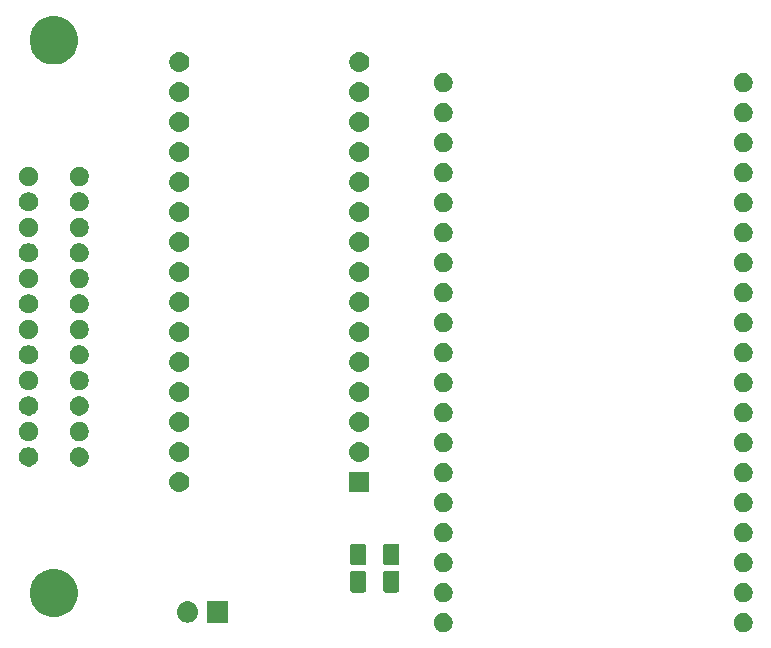
<source format=gbr>
G04 #@! TF.GenerationSoftware,KiCad,Pcbnew,5.0.2-bee76a0~70~ubuntu18.04.1*
G04 #@! TF.CreationDate,2020-08-17T12:26:13+12:00*
G04 #@! TF.ProjectId,Wireless488,57697265-6c65-4737-9334-38382e6b6963,rev?*
G04 #@! TF.SameCoordinates,Original*
G04 #@! TF.FileFunction,Soldermask,Top*
G04 #@! TF.FilePolarity,Negative*
%FSLAX46Y46*%
G04 Gerber Fmt 4.6, Leading zero omitted, Abs format (unit mm)*
G04 Created by KiCad (PCBNEW 5.0.2-bee76a0~70~ubuntu18.04.1) date Mon 17 Aug 2020 12:26:13 NZST*
%MOMM*%
%LPD*%
G01*
G04 APERTURE LIST*
%ADD10C,0.100000*%
G04 APERTURE END LIST*
D10*
G36*
X159733643Y-106129781D02*
X159879415Y-106190162D01*
X160010611Y-106277824D01*
X160122176Y-106389389D01*
X160209838Y-106520585D01*
X160270219Y-106666357D01*
X160301000Y-106821107D01*
X160301000Y-106978893D01*
X160270219Y-107133643D01*
X160209838Y-107279415D01*
X160122176Y-107410611D01*
X160010611Y-107522176D01*
X159879415Y-107609838D01*
X159733643Y-107670219D01*
X159578893Y-107701000D01*
X159421107Y-107701000D01*
X159266357Y-107670219D01*
X159120585Y-107609838D01*
X158989389Y-107522176D01*
X158877824Y-107410611D01*
X158790162Y-107279415D01*
X158729781Y-107133643D01*
X158699000Y-106978893D01*
X158699000Y-106821107D01*
X158729781Y-106666357D01*
X158790162Y-106520585D01*
X158877824Y-106389389D01*
X158989389Y-106277824D01*
X159120585Y-106190162D01*
X159266357Y-106129781D01*
X159421107Y-106099000D01*
X159578893Y-106099000D01*
X159733643Y-106129781D01*
X159733643Y-106129781D01*
G37*
G36*
X134333643Y-106129781D02*
X134479415Y-106190162D01*
X134610611Y-106277824D01*
X134722176Y-106389389D01*
X134809838Y-106520585D01*
X134870219Y-106666357D01*
X134901000Y-106821107D01*
X134901000Y-106978893D01*
X134870219Y-107133643D01*
X134809838Y-107279415D01*
X134722176Y-107410611D01*
X134610611Y-107522176D01*
X134479415Y-107609838D01*
X134333643Y-107670219D01*
X134178893Y-107701000D01*
X134021107Y-107701000D01*
X133866357Y-107670219D01*
X133720585Y-107609838D01*
X133589389Y-107522176D01*
X133477824Y-107410611D01*
X133390162Y-107279415D01*
X133329781Y-107133643D01*
X133299000Y-106978893D01*
X133299000Y-106821107D01*
X133329781Y-106666357D01*
X133390162Y-106520585D01*
X133477824Y-106389389D01*
X133589389Y-106277824D01*
X133720585Y-106190162D01*
X133866357Y-106129781D01*
X134021107Y-106099000D01*
X134178893Y-106099000D01*
X134333643Y-106129781D01*
X134333643Y-106129781D01*
G37*
G36*
X112570442Y-105105518D02*
X112636627Y-105112037D01*
X112749853Y-105146384D01*
X112806467Y-105163557D01*
X112945087Y-105237652D01*
X112962991Y-105247222D01*
X112998729Y-105276552D01*
X113100186Y-105359814D01*
X113183448Y-105461271D01*
X113212778Y-105497009D01*
X113212779Y-105497011D01*
X113296443Y-105653533D01*
X113296443Y-105653534D01*
X113347963Y-105823373D01*
X113365359Y-106000000D01*
X113347963Y-106176627D01*
X113335542Y-106217572D01*
X113296443Y-106346467D01*
X113240568Y-106451000D01*
X113212778Y-106502991D01*
X113198339Y-106520585D01*
X113100186Y-106640186D01*
X112998729Y-106723448D01*
X112962991Y-106752778D01*
X112962989Y-106752779D01*
X112806467Y-106836443D01*
X112749853Y-106853616D01*
X112636627Y-106887963D01*
X112570443Y-106894481D01*
X112504260Y-106901000D01*
X112415740Y-106901000D01*
X112349557Y-106894481D01*
X112283373Y-106887963D01*
X112170147Y-106853616D01*
X112113533Y-106836443D01*
X111957011Y-106752779D01*
X111957009Y-106752778D01*
X111921271Y-106723448D01*
X111819814Y-106640186D01*
X111721661Y-106520585D01*
X111707222Y-106502991D01*
X111679432Y-106451000D01*
X111623557Y-106346467D01*
X111584458Y-106217572D01*
X111572037Y-106176627D01*
X111554641Y-106000000D01*
X111572037Y-105823373D01*
X111623557Y-105653534D01*
X111623557Y-105653533D01*
X111707221Y-105497011D01*
X111707222Y-105497009D01*
X111736552Y-105461271D01*
X111819814Y-105359814D01*
X111921271Y-105276552D01*
X111957009Y-105247222D01*
X111974913Y-105237652D01*
X112113533Y-105163557D01*
X112170147Y-105146384D01*
X112283373Y-105112037D01*
X112349557Y-105105519D01*
X112415740Y-105099000D01*
X112504260Y-105099000D01*
X112570442Y-105105518D01*
X112570442Y-105105518D01*
G37*
G36*
X115901000Y-106901000D02*
X114099000Y-106901000D01*
X114099000Y-105099000D01*
X115901000Y-105099000D01*
X115901000Y-106901000D01*
X115901000Y-106901000D01*
G37*
G36*
X101738252Y-102427818D02*
X101738254Y-102427819D01*
X101738255Y-102427819D01*
X102111513Y-102582427D01*
X102251439Y-102675923D01*
X102447439Y-102806886D01*
X102733114Y-103092561D01*
X102733116Y-103092564D01*
X102957573Y-103428487D01*
X103024383Y-103589782D01*
X103112182Y-103801748D01*
X103191000Y-104197993D01*
X103191000Y-104602007D01*
X103115380Y-104982176D01*
X103112181Y-104998255D01*
X102957573Y-105371513D01*
X102957572Y-105371514D01*
X102733114Y-105707439D01*
X102447439Y-105993114D01*
X102447436Y-105993116D01*
X102111513Y-106217573D01*
X101738255Y-106372181D01*
X101738254Y-106372181D01*
X101738252Y-106372182D01*
X101342007Y-106451000D01*
X100937993Y-106451000D01*
X100541748Y-106372182D01*
X100541746Y-106372181D01*
X100541745Y-106372181D01*
X100168487Y-106217573D01*
X99832564Y-105993116D01*
X99832561Y-105993114D01*
X99546886Y-105707439D01*
X99322428Y-105371514D01*
X99322427Y-105371513D01*
X99167819Y-104998255D01*
X99164621Y-104982176D01*
X99089000Y-104602007D01*
X99089000Y-104197993D01*
X99167818Y-103801748D01*
X99255617Y-103589782D01*
X99322427Y-103428487D01*
X99546884Y-103092564D01*
X99546886Y-103092561D01*
X99832561Y-102806886D01*
X100028561Y-102675923D01*
X100168487Y-102582427D01*
X100541745Y-102427819D01*
X100541746Y-102427819D01*
X100541748Y-102427818D01*
X100937993Y-102349000D01*
X101342007Y-102349000D01*
X101738252Y-102427818D01*
X101738252Y-102427818D01*
G37*
G36*
X159733643Y-103589781D02*
X159879415Y-103650162D01*
X160010611Y-103737824D01*
X160122176Y-103849389D01*
X160209838Y-103980585D01*
X160270219Y-104126357D01*
X160301000Y-104281107D01*
X160301000Y-104438893D01*
X160270219Y-104593643D01*
X160209838Y-104739415D01*
X160122176Y-104870611D01*
X160010611Y-104982176D01*
X159879415Y-105069838D01*
X159733643Y-105130219D01*
X159578893Y-105161000D01*
X159421107Y-105161000D01*
X159266357Y-105130219D01*
X159120585Y-105069838D01*
X158989389Y-104982176D01*
X158877824Y-104870611D01*
X158790162Y-104739415D01*
X158729781Y-104593643D01*
X158699000Y-104438893D01*
X158699000Y-104281107D01*
X158729781Y-104126357D01*
X158790162Y-103980585D01*
X158877824Y-103849389D01*
X158989389Y-103737824D01*
X159120585Y-103650162D01*
X159266357Y-103589781D01*
X159421107Y-103559000D01*
X159578893Y-103559000D01*
X159733643Y-103589781D01*
X159733643Y-103589781D01*
G37*
G36*
X134333643Y-103589781D02*
X134479415Y-103650162D01*
X134610611Y-103737824D01*
X134722176Y-103849389D01*
X134809838Y-103980585D01*
X134870219Y-104126357D01*
X134901000Y-104281107D01*
X134901000Y-104438893D01*
X134870219Y-104593643D01*
X134809838Y-104739415D01*
X134722176Y-104870611D01*
X134610611Y-104982176D01*
X134479415Y-105069838D01*
X134333643Y-105130219D01*
X134178893Y-105161000D01*
X134021107Y-105161000D01*
X133866357Y-105130219D01*
X133720585Y-105069838D01*
X133589389Y-104982176D01*
X133477824Y-104870611D01*
X133390162Y-104739415D01*
X133329781Y-104593643D01*
X133299000Y-104438893D01*
X133299000Y-104281107D01*
X133329781Y-104126357D01*
X133390162Y-103980585D01*
X133477824Y-103849389D01*
X133589389Y-103737824D01*
X133720585Y-103650162D01*
X133866357Y-103589781D01*
X134021107Y-103559000D01*
X134178893Y-103559000D01*
X134333643Y-103589781D01*
X134333643Y-103589781D01*
G37*
G36*
X130223605Y-102513348D02*
X130260146Y-102524433D01*
X130293821Y-102542432D01*
X130323342Y-102566660D01*
X130347570Y-102596181D01*
X130365569Y-102629856D01*
X130376654Y-102666397D01*
X130381001Y-102710539D01*
X130381001Y-104159463D01*
X130376654Y-104203605D01*
X130365569Y-104240146D01*
X130347570Y-104273821D01*
X130323342Y-104303342D01*
X130293821Y-104327570D01*
X130260146Y-104345569D01*
X130223605Y-104356654D01*
X130179463Y-104361001D01*
X129230539Y-104361001D01*
X129186397Y-104356654D01*
X129149856Y-104345569D01*
X129116181Y-104327570D01*
X129086660Y-104303342D01*
X129062432Y-104273821D01*
X129044433Y-104240146D01*
X129033348Y-104203605D01*
X129029001Y-104159463D01*
X129029001Y-102710539D01*
X129033348Y-102666397D01*
X129044433Y-102629856D01*
X129062432Y-102596181D01*
X129086660Y-102566660D01*
X129116181Y-102542432D01*
X129149856Y-102524433D01*
X129186397Y-102513348D01*
X129230539Y-102509001D01*
X130179463Y-102509001D01*
X130223605Y-102513348D01*
X130223605Y-102513348D01*
G37*
G36*
X127423605Y-102513348D02*
X127460146Y-102524433D01*
X127493821Y-102542432D01*
X127523342Y-102566660D01*
X127547570Y-102596181D01*
X127565569Y-102629856D01*
X127576654Y-102666397D01*
X127581001Y-102710539D01*
X127581001Y-104159463D01*
X127576654Y-104203605D01*
X127565569Y-104240146D01*
X127547570Y-104273821D01*
X127523342Y-104303342D01*
X127493821Y-104327570D01*
X127460146Y-104345569D01*
X127423605Y-104356654D01*
X127379463Y-104361001D01*
X126430539Y-104361001D01*
X126386397Y-104356654D01*
X126349856Y-104345569D01*
X126316181Y-104327570D01*
X126286660Y-104303342D01*
X126262432Y-104273821D01*
X126244433Y-104240146D01*
X126233348Y-104203605D01*
X126229001Y-104159463D01*
X126229001Y-102710539D01*
X126233348Y-102666397D01*
X126244433Y-102629856D01*
X126262432Y-102596181D01*
X126286660Y-102566660D01*
X126316181Y-102542432D01*
X126349856Y-102524433D01*
X126386397Y-102513348D01*
X126430539Y-102509001D01*
X127379463Y-102509001D01*
X127423605Y-102513348D01*
X127423605Y-102513348D01*
G37*
G36*
X159733643Y-101049781D02*
X159879415Y-101110162D01*
X160010611Y-101197824D01*
X160122176Y-101309389D01*
X160209838Y-101440585D01*
X160270219Y-101586357D01*
X160301000Y-101741107D01*
X160301000Y-101898893D01*
X160270219Y-102053643D01*
X160209838Y-102199415D01*
X160122176Y-102330611D01*
X160010611Y-102442176D01*
X159879415Y-102529838D01*
X159733643Y-102590219D01*
X159578893Y-102621000D01*
X159421107Y-102621000D01*
X159266357Y-102590219D01*
X159120585Y-102529838D01*
X158989389Y-102442176D01*
X158877824Y-102330611D01*
X158790162Y-102199415D01*
X158729781Y-102053643D01*
X158699000Y-101898893D01*
X158699000Y-101741107D01*
X158729781Y-101586357D01*
X158790162Y-101440585D01*
X158877824Y-101309389D01*
X158989389Y-101197824D01*
X159120585Y-101110162D01*
X159266357Y-101049781D01*
X159421107Y-101019000D01*
X159578893Y-101019000D01*
X159733643Y-101049781D01*
X159733643Y-101049781D01*
G37*
G36*
X134333643Y-101049781D02*
X134479415Y-101110162D01*
X134610611Y-101197824D01*
X134722176Y-101309389D01*
X134809838Y-101440585D01*
X134870219Y-101586357D01*
X134901000Y-101741107D01*
X134901000Y-101898893D01*
X134870219Y-102053643D01*
X134809838Y-102199415D01*
X134722176Y-102330611D01*
X134610611Y-102442176D01*
X134479415Y-102529838D01*
X134333643Y-102590219D01*
X134178893Y-102621000D01*
X134021107Y-102621000D01*
X133866357Y-102590219D01*
X133720585Y-102529838D01*
X133589389Y-102442176D01*
X133477824Y-102330611D01*
X133390162Y-102199415D01*
X133329781Y-102053643D01*
X133299000Y-101898893D01*
X133299000Y-101741107D01*
X133329781Y-101586357D01*
X133390162Y-101440585D01*
X133477824Y-101309389D01*
X133589389Y-101197824D01*
X133720585Y-101110162D01*
X133866357Y-101049781D01*
X134021107Y-101019000D01*
X134178893Y-101019000D01*
X134333643Y-101049781D01*
X134333643Y-101049781D01*
G37*
G36*
X127423605Y-100223348D02*
X127460146Y-100234433D01*
X127493821Y-100252432D01*
X127523342Y-100276660D01*
X127547570Y-100306181D01*
X127565569Y-100339856D01*
X127576654Y-100376397D01*
X127581001Y-100420539D01*
X127581001Y-101869463D01*
X127576654Y-101913605D01*
X127565569Y-101950146D01*
X127547570Y-101983821D01*
X127523342Y-102013342D01*
X127493821Y-102037570D01*
X127460146Y-102055569D01*
X127423605Y-102066654D01*
X127379463Y-102071001D01*
X126430539Y-102071001D01*
X126386397Y-102066654D01*
X126349856Y-102055569D01*
X126316181Y-102037570D01*
X126286660Y-102013342D01*
X126262432Y-101983821D01*
X126244433Y-101950146D01*
X126233348Y-101913605D01*
X126229001Y-101869463D01*
X126229001Y-100420539D01*
X126233348Y-100376397D01*
X126244433Y-100339856D01*
X126262432Y-100306181D01*
X126286660Y-100276660D01*
X126316181Y-100252432D01*
X126349856Y-100234433D01*
X126386397Y-100223348D01*
X126430539Y-100219001D01*
X127379463Y-100219001D01*
X127423605Y-100223348D01*
X127423605Y-100223348D01*
G37*
G36*
X130223605Y-100223348D02*
X130260146Y-100234433D01*
X130293821Y-100252432D01*
X130323342Y-100276660D01*
X130347570Y-100306181D01*
X130365569Y-100339856D01*
X130376654Y-100376397D01*
X130381001Y-100420539D01*
X130381001Y-101869463D01*
X130376654Y-101913605D01*
X130365569Y-101950146D01*
X130347570Y-101983821D01*
X130323342Y-102013342D01*
X130293821Y-102037570D01*
X130260146Y-102055569D01*
X130223605Y-102066654D01*
X130179463Y-102071001D01*
X129230539Y-102071001D01*
X129186397Y-102066654D01*
X129149856Y-102055569D01*
X129116181Y-102037570D01*
X129086660Y-102013342D01*
X129062432Y-101983821D01*
X129044433Y-101950146D01*
X129033348Y-101913605D01*
X129029001Y-101869463D01*
X129029001Y-100420539D01*
X129033348Y-100376397D01*
X129044433Y-100339856D01*
X129062432Y-100306181D01*
X129086660Y-100276660D01*
X129116181Y-100252432D01*
X129149856Y-100234433D01*
X129186397Y-100223348D01*
X129230539Y-100219001D01*
X130179463Y-100219001D01*
X130223605Y-100223348D01*
X130223605Y-100223348D01*
G37*
G36*
X134333643Y-98509781D02*
X134479415Y-98570162D01*
X134610611Y-98657824D01*
X134722176Y-98769389D01*
X134809838Y-98900585D01*
X134870219Y-99046357D01*
X134901000Y-99201107D01*
X134901000Y-99358893D01*
X134870219Y-99513643D01*
X134809838Y-99659415D01*
X134722176Y-99790611D01*
X134610611Y-99902176D01*
X134479415Y-99989838D01*
X134333643Y-100050219D01*
X134178893Y-100081000D01*
X134021107Y-100081000D01*
X133866357Y-100050219D01*
X133720585Y-99989838D01*
X133589389Y-99902176D01*
X133477824Y-99790611D01*
X133390162Y-99659415D01*
X133329781Y-99513643D01*
X133299000Y-99358893D01*
X133299000Y-99201107D01*
X133329781Y-99046357D01*
X133390162Y-98900585D01*
X133477824Y-98769389D01*
X133589389Y-98657824D01*
X133720585Y-98570162D01*
X133866357Y-98509781D01*
X134021107Y-98479000D01*
X134178893Y-98479000D01*
X134333643Y-98509781D01*
X134333643Y-98509781D01*
G37*
G36*
X159733643Y-98509781D02*
X159879415Y-98570162D01*
X160010611Y-98657824D01*
X160122176Y-98769389D01*
X160209838Y-98900585D01*
X160270219Y-99046357D01*
X160301000Y-99201107D01*
X160301000Y-99358893D01*
X160270219Y-99513643D01*
X160209838Y-99659415D01*
X160122176Y-99790611D01*
X160010611Y-99902176D01*
X159879415Y-99989838D01*
X159733643Y-100050219D01*
X159578893Y-100081000D01*
X159421107Y-100081000D01*
X159266357Y-100050219D01*
X159120585Y-99989838D01*
X158989389Y-99902176D01*
X158877824Y-99790611D01*
X158790162Y-99659415D01*
X158729781Y-99513643D01*
X158699000Y-99358893D01*
X158699000Y-99201107D01*
X158729781Y-99046357D01*
X158790162Y-98900585D01*
X158877824Y-98769389D01*
X158989389Y-98657824D01*
X159120585Y-98570162D01*
X159266357Y-98509781D01*
X159421107Y-98479000D01*
X159578893Y-98479000D01*
X159733643Y-98509781D01*
X159733643Y-98509781D01*
G37*
G36*
X134333643Y-95969781D02*
X134479415Y-96030162D01*
X134610611Y-96117824D01*
X134722176Y-96229389D01*
X134809838Y-96360585D01*
X134870219Y-96506357D01*
X134901000Y-96661107D01*
X134901000Y-96818893D01*
X134870219Y-96973643D01*
X134809838Y-97119415D01*
X134722176Y-97250611D01*
X134610611Y-97362176D01*
X134479415Y-97449838D01*
X134333643Y-97510219D01*
X134178893Y-97541000D01*
X134021107Y-97541000D01*
X133866357Y-97510219D01*
X133720585Y-97449838D01*
X133589389Y-97362176D01*
X133477824Y-97250611D01*
X133390162Y-97119415D01*
X133329781Y-96973643D01*
X133299000Y-96818893D01*
X133299000Y-96661107D01*
X133329781Y-96506357D01*
X133390162Y-96360585D01*
X133477824Y-96229389D01*
X133589389Y-96117824D01*
X133720585Y-96030162D01*
X133866357Y-95969781D01*
X134021107Y-95939000D01*
X134178893Y-95939000D01*
X134333643Y-95969781D01*
X134333643Y-95969781D01*
G37*
G36*
X159733643Y-95969781D02*
X159879415Y-96030162D01*
X160010611Y-96117824D01*
X160122176Y-96229389D01*
X160209838Y-96360585D01*
X160270219Y-96506357D01*
X160301000Y-96661107D01*
X160301000Y-96818893D01*
X160270219Y-96973643D01*
X160209838Y-97119415D01*
X160122176Y-97250611D01*
X160010611Y-97362176D01*
X159879415Y-97449838D01*
X159733643Y-97510219D01*
X159578893Y-97541000D01*
X159421107Y-97541000D01*
X159266357Y-97510219D01*
X159120585Y-97449838D01*
X158989389Y-97362176D01*
X158877824Y-97250611D01*
X158790162Y-97119415D01*
X158729781Y-96973643D01*
X158699000Y-96818893D01*
X158699000Y-96661107D01*
X158729781Y-96506357D01*
X158790162Y-96360585D01*
X158877824Y-96229389D01*
X158989389Y-96117824D01*
X159120585Y-96030162D01*
X159266357Y-95969781D01*
X159421107Y-95939000D01*
X159578893Y-95939000D01*
X159733643Y-95969781D01*
X159733643Y-95969781D01*
G37*
G36*
X127851000Y-95851000D02*
X126149000Y-95851000D01*
X126149000Y-94149000D01*
X127851000Y-94149000D01*
X127851000Y-95851000D01*
X127851000Y-95851000D01*
G37*
G36*
X111926821Y-94161313D02*
X111926824Y-94161314D01*
X111926825Y-94161314D01*
X112087239Y-94209975D01*
X112087241Y-94209976D01*
X112087244Y-94209977D01*
X112235078Y-94288995D01*
X112364659Y-94395341D01*
X112471005Y-94524922D01*
X112550023Y-94672756D01*
X112550024Y-94672759D01*
X112550025Y-94672761D01*
X112595349Y-94822176D01*
X112598687Y-94833179D01*
X112615117Y-95000000D01*
X112598687Y-95166821D01*
X112550023Y-95327244D01*
X112471005Y-95475078D01*
X112364659Y-95604659D01*
X112235078Y-95711005D01*
X112087244Y-95790023D01*
X112087241Y-95790024D01*
X112087239Y-95790025D01*
X111926825Y-95838686D01*
X111926824Y-95838686D01*
X111926821Y-95838687D01*
X111801804Y-95851000D01*
X111718196Y-95851000D01*
X111593179Y-95838687D01*
X111593176Y-95838686D01*
X111593175Y-95838686D01*
X111432761Y-95790025D01*
X111432759Y-95790024D01*
X111432756Y-95790023D01*
X111284922Y-95711005D01*
X111155341Y-95604659D01*
X111048995Y-95475078D01*
X110969977Y-95327244D01*
X110921313Y-95166821D01*
X110904883Y-95000000D01*
X110921313Y-94833179D01*
X110924651Y-94822176D01*
X110969975Y-94672761D01*
X110969976Y-94672759D01*
X110969977Y-94672756D01*
X111048995Y-94524922D01*
X111155341Y-94395341D01*
X111284922Y-94288995D01*
X111432756Y-94209977D01*
X111432759Y-94209976D01*
X111432761Y-94209975D01*
X111593175Y-94161314D01*
X111593176Y-94161314D01*
X111593179Y-94161313D01*
X111718196Y-94149000D01*
X111801804Y-94149000D01*
X111926821Y-94161313D01*
X111926821Y-94161313D01*
G37*
G36*
X159733643Y-93429781D02*
X159879415Y-93490162D01*
X160010611Y-93577824D01*
X160122176Y-93689389D01*
X160209838Y-93820585D01*
X160270219Y-93966357D01*
X160301000Y-94121107D01*
X160301000Y-94278893D01*
X160270219Y-94433643D01*
X160209838Y-94579415D01*
X160122176Y-94710611D01*
X160010611Y-94822176D01*
X159879415Y-94909838D01*
X159733643Y-94970219D01*
X159578893Y-95001000D01*
X159421107Y-95001000D01*
X159266357Y-94970219D01*
X159120585Y-94909838D01*
X158989389Y-94822176D01*
X158877824Y-94710611D01*
X158790162Y-94579415D01*
X158729781Y-94433643D01*
X158699000Y-94278893D01*
X158699000Y-94121107D01*
X158729781Y-93966357D01*
X158790162Y-93820585D01*
X158877824Y-93689389D01*
X158989389Y-93577824D01*
X159120585Y-93490162D01*
X159266357Y-93429781D01*
X159421107Y-93399000D01*
X159578893Y-93399000D01*
X159733643Y-93429781D01*
X159733643Y-93429781D01*
G37*
G36*
X134333643Y-93429781D02*
X134479415Y-93490162D01*
X134610611Y-93577824D01*
X134722176Y-93689389D01*
X134809838Y-93820585D01*
X134870219Y-93966357D01*
X134901000Y-94121107D01*
X134901000Y-94278893D01*
X134870219Y-94433643D01*
X134809838Y-94579415D01*
X134722176Y-94710611D01*
X134610611Y-94822176D01*
X134479415Y-94909838D01*
X134333643Y-94970219D01*
X134178893Y-95001000D01*
X134021107Y-95001000D01*
X133866357Y-94970219D01*
X133720585Y-94909838D01*
X133589389Y-94822176D01*
X133477824Y-94710611D01*
X133390162Y-94579415D01*
X133329781Y-94433643D01*
X133299000Y-94278893D01*
X133299000Y-94121107D01*
X133329781Y-93966357D01*
X133390162Y-93820585D01*
X133477824Y-93689389D01*
X133589389Y-93577824D01*
X133720585Y-93490162D01*
X133866357Y-93429781D01*
X134021107Y-93399000D01*
X134178893Y-93399000D01*
X134333643Y-93429781D01*
X134333643Y-93429781D01*
G37*
G36*
X99237142Y-92098242D02*
X99385102Y-92159530D01*
X99518258Y-92248502D01*
X99631498Y-92361742D01*
X99720470Y-92494898D01*
X99781758Y-92642858D01*
X99813000Y-92799925D01*
X99813000Y-92960075D01*
X99781758Y-93117142D01*
X99720470Y-93265102D01*
X99631498Y-93398258D01*
X99518258Y-93511498D01*
X99385102Y-93600470D01*
X99237142Y-93661758D01*
X99080075Y-93693000D01*
X98919925Y-93693000D01*
X98762858Y-93661758D01*
X98614898Y-93600470D01*
X98481742Y-93511498D01*
X98368502Y-93398258D01*
X98279530Y-93265102D01*
X98218242Y-93117142D01*
X98187000Y-92960075D01*
X98187000Y-92799925D01*
X98218242Y-92642858D01*
X98279530Y-92494898D01*
X98368502Y-92361742D01*
X98481742Y-92248502D01*
X98614898Y-92159530D01*
X98762858Y-92098242D01*
X98919925Y-92067000D01*
X99080075Y-92067000D01*
X99237142Y-92098242D01*
X99237142Y-92098242D01*
G37*
G36*
X103527142Y-92098242D02*
X103675102Y-92159530D01*
X103808258Y-92248502D01*
X103921498Y-92361742D01*
X104010470Y-92494898D01*
X104071758Y-92642858D01*
X104103000Y-92799925D01*
X104103000Y-92960075D01*
X104071758Y-93117142D01*
X104010470Y-93265102D01*
X103921498Y-93398258D01*
X103808258Y-93511498D01*
X103675102Y-93600470D01*
X103527142Y-93661758D01*
X103370075Y-93693000D01*
X103209925Y-93693000D01*
X103052858Y-93661758D01*
X102904898Y-93600470D01*
X102771742Y-93511498D01*
X102658502Y-93398258D01*
X102569530Y-93265102D01*
X102508242Y-93117142D01*
X102477000Y-92960075D01*
X102477000Y-92799925D01*
X102508242Y-92642858D01*
X102569530Y-92494898D01*
X102658502Y-92361742D01*
X102771742Y-92248502D01*
X102904898Y-92159530D01*
X103052858Y-92098242D01*
X103209925Y-92067000D01*
X103370075Y-92067000D01*
X103527142Y-92098242D01*
X103527142Y-92098242D01*
G37*
G36*
X111926821Y-91621313D02*
X111926824Y-91621314D01*
X111926825Y-91621314D01*
X112087239Y-91669975D01*
X112087241Y-91669976D01*
X112087244Y-91669977D01*
X112235078Y-91748995D01*
X112364659Y-91855341D01*
X112471005Y-91984922D01*
X112550023Y-92132756D01*
X112550024Y-92132759D01*
X112550025Y-92132761D01*
X112595349Y-92282176D01*
X112598687Y-92293179D01*
X112615117Y-92460000D01*
X112598687Y-92626821D01*
X112550023Y-92787244D01*
X112471005Y-92935078D01*
X112364659Y-93064659D01*
X112235078Y-93171005D01*
X112087244Y-93250023D01*
X112087241Y-93250024D01*
X112087239Y-93250025D01*
X111926825Y-93298686D01*
X111926824Y-93298686D01*
X111926821Y-93298687D01*
X111801804Y-93311000D01*
X111718196Y-93311000D01*
X111593179Y-93298687D01*
X111593176Y-93298686D01*
X111593175Y-93298686D01*
X111432761Y-93250025D01*
X111432759Y-93250024D01*
X111432756Y-93250023D01*
X111284922Y-93171005D01*
X111155341Y-93064659D01*
X111048995Y-92935078D01*
X110969977Y-92787244D01*
X110921313Y-92626821D01*
X110904883Y-92460000D01*
X110921313Y-92293179D01*
X110924651Y-92282176D01*
X110969975Y-92132761D01*
X110969976Y-92132759D01*
X110969977Y-92132756D01*
X111048995Y-91984922D01*
X111155341Y-91855341D01*
X111284922Y-91748995D01*
X111432756Y-91669977D01*
X111432759Y-91669976D01*
X111432761Y-91669975D01*
X111593175Y-91621314D01*
X111593176Y-91621314D01*
X111593179Y-91621313D01*
X111718196Y-91609000D01*
X111801804Y-91609000D01*
X111926821Y-91621313D01*
X111926821Y-91621313D01*
G37*
G36*
X127166821Y-91621313D02*
X127166824Y-91621314D01*
X127166825Y-91621314D01*
X127327239Y-91669975D01*
X127327241Y-91669976D01*
X127327244Y-91669977D01*
X127475078Y-91748995D01*
X127604659Y-91855341D01*
X127711005Y-91984922D01*
X127790023Y-92132756D01*
X127790024Y-92132759D01*
X127790025Y-92132761D01*
X127835349Y-92282176D01*
X127838687Y-92293179D01*
X127855117Y-92460000D01*
X127838687Y-92626821D01*
X127790023Y-92787244D01*
X127711005Y-92935078D01*
X127604659Y-93064659D01*
X127475078Y-93171005D01*
X127327244Y-93250023D01*
X127327241Y-93250024D01*
X127327239Y-93250025D01*
X127166825Y-93298686D01*
X127166824Y-93298686D01*
X127166821Y-93298687D01*
X127041804Y-93311000D01*
X126958196Y-93311000D01*
X126833179Y-93298687D01*
X126833176Y-93298686D01*
X126833175Y-93298686D01*
X126672761Y-93250025D01*
X126672759Y-93250024D01*
X126672756Y-93250023D01*
X126524922Y-93171005D01*
X126395341Y-93064659D01*
X126288995Y-92935078D01*
X126209977Y-92787244D01*
X126161313Y-92626821D01*
X126144883Y-92460000D01*
X126161313Y-92293179D01*
X126164651Y-92282176D01*
X126209975Y-92132761D01*
X126209976Y-92132759D01*
X126209977Y-92132756D01*
X126288995Y-91984922D01*
X126395341Y-91855341D01*
X126524922Y-91748995D01*
X126672756Y-91669977D01*
X126672759Y-91669976D01*
X126672761Y-91669975D01*
X126833175Y-91621314D01*
X126833176Y-91621314D01*
X126833179Y-91621313D01*
X126958196Y-91609000D01*
X127041804Y-91609000D01*
X127166821Y-91621313D01*
X127166821Y-91621313D01*
G37*
G36*
X134333643Y-90889781D02*
X134479415Y-90950162D01*
X134610611Y-91037824D01*
X134722176Y-91149389D01*
X134809838Y-91280585D01*
X134870219Y-91426357D01*
X134901000Y-91581107D01*
X134901000Y-91738893D01*
X134870219Y-91893643D01*
X134809838Y-92039415D01*
X134722176Y-92170611D01*
X134610611Y-92282176D01*
X134479415Y-92369838D01*
X134333643Y-92430219D01*
X134178893Y-92461000D01*
X134021107Y-92461000D01*
X133866357Y-92430219D01*
X133720585Y-92369838D01*
X133589389Y-92282176D01*
X133477824Y-92170611D01*
X133390162Y-92039415D01*
X133329781Y-91893643D01*
X133299000Y-91738893D01*
X133299000Y-91581107D01*
X133329781Y-91426357D01*
X133390162Y-91280585D01*
X133477824Y-91149389D01*
X133589389Y-91037824D01*
X133720585Y-90950162D01*
X133866357Y-90889781D01*
X134021107Y-90859000D01*
X134178893Y-90859000D01*
X134333643Y-90889781D01*
X134333643Y-90889781D01*
G37*
G36*
X159733643Y-90889781D02*
X159879415Y-90950162D01*
X160010611Y-91037824D01*
X160122176Y-91149389D01*
X160209838Y-91280585D01*
X160270219Y-91426357D01*
X160301000Y-91581107D01*
X160301000Y-91738893D01*
X160270219Y-91893643D01*
X160209838Y-92039415D01*
X160122176Y-92170611D01*
X160010611Y-92282176D01*
X159879415Y-92369838D01*
X159733643Y-92430219D01*
X159578893Y-92461000D01*
X159421107Y-92461000D01*
X159266357Y-92430219D01*
X159120585Y-92369838D01*
X158989389Y-92282176D01*
X158877824Y-92170611D01*
X158790162Y-92039415D01*
X158729781Y-91893643D01*
X158699000Y-91738893D01*
X158699000Y-91581107D01*
X158729781Y-91426357D01*
X158790162Y-91280585D01*
X158877824Y-91149389D01*
X158989389Y-91037824D01*
X159120585Y-90950162D01*
X159266357Y-90889781D01*
X159421107Y-90859000D01*
X159578893Y-90859000D01*
X159733643Y-90889781D01*
X159733643Y-90889781D01*
G37*
G36*
X99237142Y-89938242D02*
X99385102Y-89999530D01*
X99452130Y-90044317D01*
X99518257Y-90088501D01*
X99631499Y-90201743D01*
X99675683Y-90267870D01*
X99720470Y-90334898D01*
X99781758Y-90482858D01*
X99813000Y-90639925D01*
X99813000Y-90800075D01*
X99781758Y-90957142D01*
X99720470Y-91105102D01*
X99631498Y-91238258D01*
X99518258Y-91351498D01*
X99385102Y-91440470D01*
X99237142Y-91501758D01*
X99080075Y-91533000D01*
X98919925Y-91533000D01*
X98762858Y-91501758D01*
X98614898Y-91440470D01*
X98481742Y-91351498D01*
X98368502Y-91238258D01*
X98279530Y-91105102D01*
X98218242Y-90957142D01*
X98187000Y-90800075D01*
X98187000Y-90639925D01*
X98218242Y-90482858D01*
X98279530Y-90334898D01*
X98324317Y-90267870D01*
X98368501Y-90201743D01*
X98481743Y-90088501D01*
X98547870Y-90044317D01*
X98614898Y-89999530D01*
X98762858Y-89938242D01*
X98919925Y-89907000D01*
X99080075Y-89907000D01*
X99237142Y-89938242D01*
X99237142Y-89938242D01*
G37*
G36*
X103527142Y-89938242D02*
X103675102Y-89999530D01*
X103742130Y-90044317D01*
X103808257Y-90088501D01*
X103921499Y-90201743D01*
X103965683Y-90267870D01*
X104010470Y-90334898D01*
X104071758Y-90482858D01*
X104103000Y-90639925D01*
X104103000Y-90800075D01*
X104071758Y-90957142D01*
X104010470Y-91105102D01*
X103921498Y-91238258D01*
X103808258Y-91351498D01*
X103675102Y-91440470D01*
X103527142Y-91501758D01*
X103370075Y-91533000D01*
X103209925Y-91533000D01*
X103052858Y-91501758D01*
X102904898Y-91440470D01*
X102771742Y-91351498D01*
X102658502Y-91238258D01*
X102569530Y-91105102D01*
X102508242Y-90957142D01*
X102477000Y-90800075D01*
X102477000Y-90639925D01*
X102508242Y-90482858D01*
X102569530Y-90334898D01*
X102614317Y-90267870D01*
X102658501Y-90201743D01*
X102771743Y-90088501D01*
X102837870Y-90044317D01*
X102904898Y-89999530D01*
X103052858Y-89938242D01*
X103209925Y-89907000D01*
X103370075Y-89907000D01*
X103527142Y-89938242D01*
X103527142Y-89938242D01*
G37*
G36*
X111926821Y-89081313D02*
X111926824Y-89081314D01*
X111926825Y-89081314D01*
X112087239Y-89129975D01*
X112087241Y-89129976D01*
X112087244Y-89129977D01*
X112235078Y-89208995D01*
X112364659Y-89315341D01*
X112471005Y-89444922D01*
X112550023Y-89592756D01*
X112550024Y-89592759D01*
X112550025Y-89592761D01*
X112595349Y-89742176D01*
X112598687Y-89753179D01*
X112615117Y-89920000D01*
X112598687Y-90086821D01*
X112598686Y-90086824D01*
X112598686Y-90086825D01*
X112598178Y-90088501D01*
X112550023Y-90247244D01*
X112471005Y-90395078D01*
X112364659Y-90524659D01*
X112235078Y-90631005D01*
X112087244Y-90710023D01*
X112087241Y-90710024D01*
X112087239Y-90710025D01*
X111926825Y-90758686D01*
X111926824Y-90758686D01*
X111926821Y-90758687D01*
X111801804Y-90771000D01*
X111718196Y-90771000D01*
X111593179Y-90758687D01*
X111593176Y-90758686D01*
X111593175Y-90758686D01*
X111432761Y-90710025D01*
X111432759Y-90710024D01*
X111432756Y-90710023D01*
X111284922Y-90631005D01*
X111155341Y-90524659D01*
X111048995Y-90395078D01*
X110969977Y-90247244D01*
X110921823Y-90088501D01*
X110921314Y-90086825D01*
X110921314Y-90086824D01*
X110921313Y-90086821D01*
X110904883Y-89920000D01*
X110921313Y-89753179D01*
X110924651Y-89742176D01*
X110969975Y-89592761D01*
X110969976Y-89592759D01*
X110969977Y-89592756D01*
X111048995Y-89444922D01*
X111155341Y-89315341D01*
X111284922Y-89208995D01*
X111432756Y-89129977D01*
X111432759Y-89129976D01*
X111432761Y-89129975D01*
X111593175Y-89081314D01*
X111593176Y-89081314D01*
X111593179Y-89081313D01*
X111718196Y-89069000D01*
X111801804Y-89069000D01*
X111926821Y-89081313D01*
X111926821Y-89081313D01*
G37*
G36*
X127166821Y-89081313D02*
X127166824Y-89081314D01*
X127166825Y-89081314D01*
X127327239Y-89129975D01*
X127327241Y-89129976D01*
X127327244Y-89129977D01*
X127475078Y-89208995D01*
X127604659Y-89315341D01*
X127711005Y-89444922D01*
X127790023Y-89592756D01*
X127790024Y-89592759D01*
X127790025Y-89592761D01*
X127835349Y-89742176D01*
X127838687Y-89753179D01*
X127855117Y-89920000D01*
X127838687Y-90086821D01*
X127838686Y-90086824D01*
X127838686Y-90086825D01*
X127838178Y-90088501D01*
X127790023Y-90247244D01*
X127711005Y-90395078D01*
X127604659Y-90524659D01*
X127475078Y-90631005D01*
X127327244Y-90710023D01*
X127327241Y-90710024D01*
X127327239Y-90710025D01*
X127166825Y-90758686D01*
X127166824Y-90758686D01*
X127166821Y-90758687D01*
X127041804Y-90771000D01*
X126958196Y-90771000D01*
X126833179Y-90758687D01*
X126833176Y-90758686D01*
X126833175Y-90758686D01*
X126672761Y-90710025D01*
X126672759Y-90710024D01*
X126672756Y-90710023D01*
X126524922Y-90631005D01*
X126395341Y-90524659D01*
X126288995Y-90395078D01*
X126209977Y-90247244D01*
X126161823Y-90088501D01*
X126161314Y-90086825D01*
X126161314Y-90086824D01*
X126161313Y-90086821D01*
X126144883Y-89920000D01*
X126161313Y-89753179D01*
X126164651Y-89742176D01*
X126209975Y-89592761D01*
X126209976Y-89592759D01*
X126209977Y-89592756D01*
X126288995Y-89444922D01*
X126395341Y-89315341D01*
X126524922Y-89208995D01*
X126672756Y-89129977D01*
X126672759Y-89129976D01*
X126672761Y-89129975D01*
X126833175Y-89081314D01*
X126833176Y-89081314D01*
X126833179Y-89081313D01*
X126958196Y-89069000D01*
X127041804Y-89069000D01*
X127166821Y-89081313D01*
X127166821Y-89081313D01*
G37*
G36*
X134333643Y-88349781D02*
X134479415Y-88410162D01*
X134610611Y-88497824D01*
X134722176Y-88609389D01*
X134809838Y-88740585D01*
X134870219Y-88886357D01*
X134901000Y-89041107D01*
X134901000Y-89198893D01*
X134870219Y-89353643D01*
X134809838Y-89499415D01*
X134722176Y-89630611D01*
X134610611Y-89742176D01*
X134479415Y-89829838D01*
X134333643Y-89890219D01*
X134178893Y-89921000D01*
X134021107Y-89921000D01*
X133866357Y-89890219D01*
X133720585Y-89829838D01*
X133589389Y-89742176D01*
X133477824Y-89630611D01*
X133390162Y-89499415D01*
X133329781Y-89353643D01*
X133299000Y-89198893D01*
X133299000Y-89041107D01*
X133329781Y-88886357D01*
X133390162Y-88740585D01*
X133477824Y-88609389D01*
X133589389Y-88497824D01*
X133720585Y-88410162D01*
X133866357Y-88349781D01*
X134021107Y-88319000D01*
X134178893Y-88319000D01*
X134333643Y-88349781D01*
X134333643Y-88349781D01*
G37*
G36*
X159733643Y-88349781D02*
X159879415Y-88410162D01*
X160010611Y-88497824D01*
X160122176Y-88609389D01*
X160209838Y-88740585D01*
X160270219Y-88886357D01*
X160301000Y-89041107D01*
X160301000Y-89198893D01*
X160270219Y-89353643D01*
X160209838Y-89499415D01*
X160122176Y-89630611D01*
X160010611Y-89742176D01*
X159879415Y-89829838D01*
X159733643Y-89890219D01*
X159578893Y-89921000D01*
X159421107Y-89921000D01*
X159266357Y-89890219D01*
X159120585Y-89829838D01*
X158989389Y-89742176D01*
X158877824Y-89630611D01*
X158790162Y-89499415D01*
X158729781Y-89353643D01*
X158699000Y-89198893D01*
X158699000Y-89041107D01*
X158729781Y-88886357D01*
X158790162Y-88740585D01*
X158877824Y-88609389D01*
X158989389Y-88497824D01*
X159120585Y-88410162D01*
X159266357Y-88349781D01*
X159421107Y-88319000D01*
X159578893Y-88319000D01*
X159733643Y-88349781D01*
X159733643Y-88349781D01*
G37*
G36*
X103527142Y-87778242D02*
X103675102Y-87839530D01*
X103698371Y-87855078D01*
X103808257Y-87928501D01*
X103921499Y-88041743D01*
X103965683Y-88107870D01*
X104010470Y-88174898D01*
X104071758Y-88322858D01*
X104103000Y-88479925D01*
X104103000Y-88640075D01*
X104071758Y-88797142D01*
X104034803Y-88886357D01*
X104010471Y-88945100D01*
X103921499Y-89078257D01*
X103808257Y-89191499D01*
X103742130Y-89235683D01*
X103675102Y-89280470D01*
X103527142Y-89341758D01*
X103370075Y-89373000D01*
X103209925Y-89373000D01*
X103052858Y-89341758D01*
X102904898Y-89280470D01*
X102837870Y-89235683D01*
X102771743Y-89191499D01*
X102658501Y-89078257D01*
X102569529Y-88945100D01*
X102545197Y-88886357D01*
X102508242Y-88797142D01*
X102477000Y-88640075D01*
X102477000Y-88479925D01*
X102508242Y-88322858D01*
X102569530Y-88174898D01*
X102614317Y-88107870D01*
X102658501Y-88041743D01*
X102771743Y-87928501D01*
X102881629Y-87855078D01*
X102904898Y-87839530D01*
X103052858Y-87778242D01*
X103209925Y-87747000D01*
X103370075Y-87747000D01*
X103527142Y-87778242D01*
X103527142Y-87778242D01*
G37*
G36*
X99237142Y-87778242D02*
X99385102Y-87839530D01*
X99408371Y-87855078D01*
X99518257Y-87928501D01*
X99631499Y-88041743D01*
X99675683Y-88107870D01*
X99720470Y-88174898D01*
X99781758Y-88322858D01*
X99813000Y-88479925D01*
X99813000Y-88640075D01*
X99781758Y-88797142D01*
X99744803Y-88886357D01*
X99720471Y-88945100D01*
X99631499Y-89078257D01*
X99518257Y-89191499D01*
X99452130Y-89235683D01*
X99385102Y-89280470D01*
X99237142Y-89341758D01*
X99080075Y-89373000D01*
X98919925Y-89373000D01*
X98762858Y-89341758D01*
X98614898Y-89280470D01*
X98547870Y-89235683D01*
X98481743Y-89191499D01*
X98368501Y-89078257D01*
X98279529Y-88945100D01*
X98255197Y-88886357D01*
X98218242Y-88797142D01*
X98187000Y-88640075D01*
X98187000Y-88479925D01*
X98218242Y-88322858D01*
X98279530Y-88174898D01*
X98324317Y-88107870D01*
X98368501Y-88041743D01*
X98481743Y-87928501D01*
X98591629Y-87855078D01*
X98614898Y-87839530D01*
X98762858Y-87778242D01*
X98919925Y-87747000D01*
X99080075Y-87747000D01*
X99237142Y-87778242D01*
X99237142Y-87778242D01*
G37*
G36*
X127166821Y-86541313D02*
X127166824Y-86541314D01*
X127166825Y-86541314D01*
X127327239Y-86589975D01*
X127327241Y-86589976D01*
X127327244Y-86589977D01*
X127475078Y-86668995D01*
X127604659Y-86775341D01*
X127711005Y-86904922D01*
X127790023Y-87052756D01*
X127790024Y-87052759D01*
X127790025Y-87052761D01*
X127829155Y-87181757D01*
X127838687Y-87213179D01*
X127855117Y-87380000D01*
X127838687Y-87546821D01*
X127790023Y-87707244D01*
X127711005Y-87855078D01*
X127604659Y-87984659D01*
X127475078Y-88091005D01*
X127327244Y-88170023D01*
X127327241Y-88170024D01*
X127327239Y-88170025D01*
X127166825Y-88218686D01*
X127166824Y-88218686D01*
X127166821Y-88218687D01*
X127041804Y-88231000D01*
X126958196Y-88231000D01*
X126833179Y-88218687D01*
X126833176Y-88218686D01*
X126833175Y-88218686D01*
X126672761Y-88170025D01*
X126672759Y-88170024D01*
X126672756Y-88170023D01*
X126524922Y-88091005D01*
X126395341Y-87984659D01*
X126288995Y-87855078D01*
X126209977Y-87707244D01*
X126161313Y-87546821D01*
X126144883Y-87380000D01*
X126161313Y-87213179D01*
X126170845Y-87181757D01*
X126209975Y-87052761D01*
X126209976Y-87052759D01*
X126209977Y-87052756D01*
X126288995Y-86904922D01*
X126395341Y-86775341D01*
X126524922Y-86668995D01*
X126672756Y-86589977D01*
X126672759Y-86589976D01*
X126672761Y-86589975D01*
X126833175Y-86541314D01*
X126833176Y-86541314D01*
X126833179Y-86541313D01*
X126958196Y-86529000D01*
X127041804Y-86529000D01*
X127166821Y-86541313D01*
X127166821Y-86541313D01*
G37*
G36*
X111926821Y-86541313D02*
X111926824Y-86541314D01*
X111926825Y-86541314D01*
X112087239Y-86589975D01*
X112087241Y-86589976D01*
X112087244Y-86589977D01*
X112235078Y-86668995D01*
X112364659Y-86775341D01*
X112471005Y-86904922D01*
X112550023Y-87052756D01*
X112550024Y-87052759D01*
X112550025Y-87052761D01*
X112589155Y-87181757D01*
X112598687Y-87213179D01*
X112615117Y-87380000D01*
X112598687Y-87546821D01*
X112550023Y-87707244D01*
X112471005Y-87855078D01*
X112364659Y-87984659D01*
X112235078Y-88091005D01*
X112087244Y-88170023D01*
X112087241Y-88170024D01*
X112087239Y-88170025D01*
X111926825Y-88218686D01*
X111926824Y-88218686D01*
X111926821Y-88218687D01*
X111801804Y-88231000D01*
X111718196Y-88231000D01*
X111593179Y-88218687D01*
X111593176Y-88218686D01*
X111593175Y-88218686D01*
X111432761Y-88170025D01*
X111432759Y-88170024D01*
X111432756Y-88170023D01*
X111284922Y-88091005D01*
X111155341Y-87984659D01*
X111048995Y-87855078D01*
X110969977Y-87707244D01*
X110921313Y-87546821D01*
X110904883Y-87380000D01*
X110921313Y-87213179D01*
X110930845Y-87181757D01*
X110969975Y-87052761D01*
X110969976Y-87052759D01*
X110969977Y-87052756D01*
X111048995Y-86904922D01*
X111155341Y-86775341D01*
X111284922Y-86668995D01*
X111432756Y-86589977D01*
X111432759Y-86589976D01*
X111432761Y-86589975D01*
X111593175Y-86541314D01*
X111593176Y-86541314D01*
X111593179Y-86541313D01*
X111718196Y-86529000D01*
X111801804Y-86529000D01*
X111926821Y-86541313D01*
X111926821Y-86541313D01*
G37*
G36*
X159733643Y-85809781D02*
X159879415Y-85870162D01*
X160010611Y-85957824D01*
X160122176Y-86069389D01*
X160209838Y-86200585D01*
X160270219Y-86346357D01*
X160301000Y-86501107D01*
X160301000Y-86658893D01*
X160270219Y-86813643D01*
X160209838Y-86959415D01*
X160122176Y-87090611D01*
X160010611Y-87202176D01*
X159879415Y-87289838D01*
X159733643Y-87350219D01*
X159578893Y-87381000D01*
X159421107Y-87381000D01*
X159266357Y-87350219D01*
X159120585Y-87289838D01*
X158989389Y-87202176D01*
X158877824Y-87090611D01*
X158790162Y-86959415D01*
X158729781Y-86813643D01*
X158699000Y-86658893D01*
X158699000Y-86501107D01*
X158729781Y-86346357D01*
X158790162Y-86200585D01*
X158877824Y-86069389D01*
X158989389Y-85957824D01*
X159120585Y-85870162D01*
X159266357Y-85809781D01*
X159421107Y-85779000D01*
X159578893Y-85779000D01*
X159733643Y-85809781D01*
X159733643Y-85809781D01*
G37*
G36*
X134333643Y-85809781D02*
X134479415Y-85870162D01*
X134610611Y-85957824D01*
X134722176Y-86069389D01*
X134809838Y-86200585D01*
X134870219Y-86346357D01*
X134901000Y-86501107D01*
X134901000Y-86658893D01*
X134870219Y-86813643D01*
X134809838Y-86959415D01*
X134722176Y-87090611D01*
X134610611Y-87202176D01*
X134479415Y-87289838D01*
X134333643Y-87350219D01*
X134178893Y-87381000D01*
X134021107Y-87381000D01*
X133866357Y-87350219D01*
X133720585Y-87289838D01*
X133589389Y-87202176D01*
X133477824Y-87090611D01*
X133390162Y-86959415D01*
X133329781Y-86813643D01*
X133299000Y-86658893D01*
X133299000Y-86501107D01*
X133329781Y-86346357D01*
X133390162Y-86200585D01*
X133477824Y-86069389D01*
X133589389Y-85957824D01*
X133720585Y-85870162D01*
X133866357Y-85809781D01*
X134021107Y-85779000D01*
X134178893Y-85779000D01*
X134333643Y-85809781D01*
X134333643Y-85809781D01*
G37*
G36*
X99237142Y-85618242D02*
X99351583Y-85665646D01*
X99383065Y-85678686D01*
X99385102Y-85679530D01*
X99518258Y-85768502D01*
X99631498Y-85881742D01*
X99720470Y-86014898D01*
X99781758Y-86162858D01*
X99813000Y-86319925D01*
X99813000Y-86480075D01*
X99781758Y-86637142D01*
X99720470Y-86785102D01*
X99631498Y-86918258D01*
X99518258Y-87031498D01*
X99385102Y-87120470D01*
X99237142Y-87181758D01*
X99080075Y-87213000D01*
X98919925Y-87213000D01*
X98762858Y-87181758D01*
X98614898Y-87120470D01*
X98481742Y-87031498D01*
X98368502Y-86918258D01*
X98279530Y-86785102D01*
X98218242Y-86637142D01*
X98187000Y-86480075D01*
X98187000Y-86319925D01*
X98218242Y-86162858D01*
X98279530Y-86014898D01*
X98368502Y-85881742D01*
X98481742Y-85768502D01*
X98614898Y-85679530D01*
X98616936Y-85678686D01*
X98648417Y-85665646D01*
X98762858Y-85618242D01*
X98919925Y-85587000D01*
X99080075Y-85587000D01*
X99237142Y-85618242D01*
X99237142Y-85618242D01*
G37*
G36*
X103527142Y-85618242D02*
X103641583Y-85665646D01*
X103673065Y-85678686D01*
X103675102Y-85679530D01*
X103808258Y-85768502D01*
X103921498Y-85881742D01*
X104010470Y-86014898D01*
X104071758Y-86162858D01*
X104103000Y-86319925D01*
X104103000Y-86480075D01*
X104071758Y-86637142D01*
X104010470Y-86785102D01*
X103921498Y-86918258D01*
X103808258Y-87031498D01*
X103675102Y-87120470D01*
X103527142Y-87181758D01*
X103370075Y-87213000D01*
X103209925Y-87213000D01*
X103052858Y-87181758D01*
X102904898Y-87120470D01*
X102771742Y-87031498D01*
X102658502Y-86918258D01*
X102569530Y-86785102D01*
X102508242Y-86637142D01*
X102477000Y-86480075D01*
X102477000Y-86319925D01*
X102508242Y-86162858D01*
X102569530Y-86014898D01*
X102658502Y-85881742D01*
X102771742Y-85768502D01*
X102904898Y-85679530D01*
X102906936Y-85678686D01*
X102938417Y-85665646D01*
X103052858Y-85618242D01*
X103209925Y-85587000D01*
X103370075Y-85587000D01*
X103527142Y-85618242D01*
X103527142Y-85618242D01*
G37*
G36*
X111926821Y-84001313D02*
X111926824Y-84001314D01*
X111926825Y-84001314D01*
X112087239Y-84049975D01*
X112087241Y-84049976D01*
X112087244Y-84049977D01*
X112235078Y-84128995D01*
X112364659Y-84235341D01*
X112471005Y-84364922D01*
X112550023Y-84512756D01*
X112550024Y-84512759D01*
X112550025Y-84512761D01*
X112584103Y-84625102D01*
X112598687Y-84673179D01*
X112615117Y-84840000D01*
X112598687Y-85006821D01*
X112550023Y-85167244D01*
X112471005Y-85315078D01*
X112364659Y-85444659D01*
X112235078Y-85551005D01*
X112087244Y-85630023D01*
X112087241Y-85630024D01*
X112087239Y-85630025D01*
X111926825Y-85678686D01*
X111926824Y-85678686D01*
X111926821Y-85678687D01*
X111801804Y-85691000D01*
X111718196Y-85691000D01*
X111593179Y-85678687D01*
X111593176Y-85678686D01*
X111593175Y-85678686D01*
X111432761Y-85630025D01*
X111432759Y-85630024D01*
X111432756Y-85630023D01*
X111284922Y-85551005D01*
X111155341Y-85444659D01*
X111048995Y-85315078D01*
X110969977Y-85167244D01*
X110921313Y-85006821D01*
X110904883Y-84840000D01*
X110921313Y-84673179D01*
X110935897Y-84625102D01*
X110969975Y-84512761D01*
X110969976Y-84512759D01*
X110969977Y-84512756D01*
X111048995Y-84364922D01*
X111155341Y-84235341D01*
X111284922Y-84128995D01*
X111432756Y-84049977D01*
X111432759Y-84049976D01*
X111432761Y-84049975D01*
X111593175Y-84001314D01*
X111593176Y-84001314D01*
X111593179Y-84001313D01*
X111718196Y-83989000D01*
X111801804Y-83989000D01*
X111926821Y-84001313D01*
X111926821Y-84001313D01*
G37*
G36*
X127166821Y-84001313D02*
X127166824Y-84001314D01*
X127166825Y-84001314D01*
X127327239Y-84049975D01*
X127327241Y-84049976D01*
X127327244Y-84049977D01*
X127475078Y-84128995D01*
X127604659Y-84235341D01*
X127711005Y-84364922D01*
X127790023Y-84512756D01*
X127790024Y-84512759D01*
X127790025Y-84512761D01*
X127824103Y-84625102D01*
X127838687Y-84673179D01*
X127855117Y-84840000D01*
X127838687Y-85006821D01*
X127790023Y-85167244D01*
X127711005Y-85315078D01*
X127604659Y-85444659D01*
X127475078Y-85551005D01*
X127327244Y-85630023D01*
X127327241Y-85630024D01*
X127327239Y-85630025D01*
X127166825Y-85678686D01*
X127166824Y-85678686D01*
X127166821Y-85678687D01*
X127041804Y-85691000D01*
X126958196Y-85691000D01*
X126833179Y-85678687D01*
X126833176Y-85678686D01*
X126833175Y-85678686D01*
X126672761Y-85630025D01*
X126672759Y-85630024D01*
X126672756Y-85630023D01*
X126524922Y-85551005D01*
X126395341Y-85444659D01*
X126288995Y-85315078D01*
X126209977Y-85167244D01*
X126161313Y-85006821D01*
X126144883Y-84840000D01*
X126161313Y-84673179D01*
X126175897Y-84625102D01*
X126209975Y-84512761D01*
X126209976Y-84512759D01*
X126209977Y-84512756D01*
X126288995Y-84364922D01*
X126395341Y-84235341D01*
X126524922Y-84128995D01*
X126672756Y-84049977D01*
X126672759Y-84049976D01*
X126672761Y-84049975D01*
X126833175Y-84001314D01*
X126833176Y-84001314D01*
X126833179Y-84001313D01*
X126958196Y-83989000D01*
X127041804Y-83989000D01*
X127166821Y-84001313D01*
X127166821Y-84001313D01*
G37*
G36*
X99237142Y-83458242D02*
X99385102Y-83519530D01*
X99518258Y-83608502D01*
X99631498Y-83721742D01*
X99720470Y-83854898D01*
X99781758Y-84002858D01*
X99813000Y-84159925D01*
X99813000Y-84320075D01*
X99781758Y-84477142D01*
X99720470Y-84625102D01*
X99631498Y-84758258D01*
X99518258Y-84871498D01*
X99385102Y-84960470D01*
X99237142Y-85021758D01*
X99080075Y-85053000D01*
X98919925Y-85053000D01*
X98762858Y-85021758D01*
X98614898Y-84960470D01*
X98481742Y-84871498D01*
X98368502Y-84758258D01*
X98279530Y-84625102D01*
X98218242Y-84477142D01*
X98187000Y-84320075D01*
X98187000Y-84159925D01*
X98218242Y-84002858D01*
X98279530Y-83854898D01*
X98368502Y-83721742D01*
X98481742Y-83608502D01*
X98614898Y-83519530D01*
X98762858Y-83458242D01*
X98919925Y-83427000D01*
X99080075Y-83427000D01*
X99237142Y-83458242D01*
X99237142Y-83458242D01*
G37*
G36*
X103527142Y-83458242D02*
X103675102Y-83519530D01*
X103808258Y-83608502D01*
X103921498Y-83721742D01*
X104010470Y-83854898D01*
X104071758Y-84002858D01*
X104103000Y-84159925D01*
X104103000Y-84320075D01*
X104071758Y-84477142D01*
X104010470Y-84625102D01*
X103921498Y-84758258D01*
X103808258Y-84871498D01*
X103675102Y-84960470D01*
X103527142Y-85021758D01*
X103370075Y-85053000D01*
X103209925Y-85053000D01*
X103052858Y-85021758D01*
X102904898Y-84960470D01*
X102771742Y-84871498D01*
X102658502Y-84758258D01*
X102569530Y-84625102D01*
X102508242Y-84477142D01*
X102477000Y-84320075D01*
X102477000Y-84159925D01*
X102508242Y-84002858D01*
X102569530Y-83854898D01*
X102658502Y-83721742D01*
X102771742Y-83608502D01*
X102904898Y-83519530D01*
X103052858Y-83458242D01*
X103209925Y-83427000D01*
X103370075Y-83427000D01*
X103527142Y-83458242D01*
X103527142Y-83458242D01*
G37*
G36*
X134333643Y-83269781D02*
X134479415Y-83330162D01*
X134610611Y-83417824D01*
X134722176Y-83529389D01*
X134809838Y-83660585D01*
X134870219Y-83806357D01*
X134901000Y-83961107D01*
X134901000Y-84118893D01*
X134870219Y-84273643D01*
X134809838Y-84419415D01*
X134722176Y-84550611D01*
X134610611Y-84662176D01*
X134479415Y-84749838D01*
X134333643Y-84810219D01*
X134178893Y-84841000D01*
X134021107Y-84841000D01*
X133866357Y-84810219D01*
X133720585Y-84749838D01*
X133589389Y-84662176D01*
X133477824Y-84550611D01*
X133390162Y-84419415D01*
X133329781Y-84273643D01*
X133299000Y-84118893D01*
X133299000Y-83961107D01*
X133329781Y-83806357D01*
X133390162Y-83660585D01*
X133477824Y-83529389D01*
X133589389Y-83417824D01*
X133720585Y-83330162D01*
X133866357Y-83269781D01*
X134021107Y-83239000D01*
X134178893Y-83239000D01*
X134333643Y-83269781D01*
X134333643Y-83269781D01*
G37*
G36*
X159733643Y-83269781D02*
X159879415Y-83330162D01*
X160010611Y-83417824D01*
X160122176Y-83529389D01*
X160209838Y-83660585D01*
X160270219Y-83806357D01*
X160301000Y-83961107D01*
X160301000Y-84118893D01*
X160270219Y-84273643D01*
X160209838Y-84419415D01*
X160122176Y-84550611D01*
X160010611Y-84662176D01*
X159879415Y-84749838D01*
X159733643Y-84810219D01*
X159578893Y-84841000D01*
X159421107Y-84841000D01*
X159266357Y-84810219D01*
X159120585Y-84749838D01*
X158989389Y-84662176D01*
X158877824Y-84550611D01*
X158790162Y-84419415D01*
X158729781Y-84273643D01*
X158699000Y-84118893D01*
X158699000Y-83961107D01*
X158729781Y-83806357D01*
X158790162Y-83660585D01*
X158877824Y-83529389D01*
X158989389Y-83417824D01*
X159120585Y-83330162D01*
X159266357Y-83269781D01*
X159421107Y-83239000D01*
X159578893Y-83239000D01*
X159733643Y-83269781D01*
X159733643Y-83269781D01*
G37*
G36*
X127166821Y-81461313D02*
X127166824Y-81461314D01*
X127166825Y-81461314D01*
X127327239Y-81509975D01*
X127327241Y-81509976D01*
X127327244Y-81509977D01*
X127475078Y-81588995D01*
X127604659Y-81695341D01*
X127711005Y-81824922D01*
X127790023Y-81972756D01*
X127790024Y-81972759D01*
X127790025Y-81972761D01*
X127835349Y-82122176D01*
X127838687Y-82133179D01*
X127855117Y-82300000D01*
X127838687Y-82466821D01*
X127838686Y-82466824D01*
X127838686Y-82466825D01*
X127798817Y-82598257D01*
X127790023Y-82627244D01*
X127711005Y-82775078D01*
X127604659Y-82904659D01*
X127475078Y-83011005D01*
X127327244Y-83090023D01*
X127327241Y-83090024D01*
X127327239Y-83090025D01*
X127166825Y-83138686D01*
X127166824Y-83138686D01*
X127166821Y-83138687D01*
X127041804Y-83151000D01*
X126958196Y-83151000D01*
X126833179Y-83138687D01*
X126833176Y-83138686D01*
X126833175Y-83138686D01*
X126672761Y-83090025D01*
X126672759Y-83090024D01*
X126672756Y-83090023D01*
X126524922Y-83011005D01*
X126395341Y-82904659D01*
X126288995Y-82775078D01*
X126209977Y-82627244D01*
X126201184Y-82598257D01*
X126161314Y-82466825D01*
X126161314Y-82466824D01*
X126161313Y-82466821D01*
X126144883Y-82300000D01*
X126161313Y-82133179D01*
X126164651Y-82122176D01*
X126209975Y-81972761D01*
X126209976Y-81972759D01*
X126209977Y-81972756D01*
X126288995Y-81824922D01*
X126395341Y-81695341D01*
X126524922Y-81588995D01*
X126672756Y-81509977D01*
X126672759Y-81509976D01*
X126672761Y-81509975D01*
X126833175Y-81461314D01*
X126833176Y-81461314D01*
X126833179Y-81461313D01*
X126958196Y-81449000D01*
X127041804Y-81449000D01*
X127166821Y-81461313D01*
X127166821Y-81461313D01*
G37*
G36*
X111926821Y-81461313D02*
X111926824Y-81461314D01*
X111926825Y-81461314D01*
X112087239Y-81509975D01*
X112087241Y-81509976D01*
X112087244Y-81509977D01*
X112235078Y-81588995D01*
X112364659Y-81695341D01*
X112471005Y-81824922D01*
X112550023Y-81972756D01*
X112550024Y-81972759D01*
X112550025Y-81972761D01*
X112595349Y-82122176D01*
X112598687Y-82133179D01*
X112615117Y-82300000D01*
X112598687Y-82466821D01*
X112598686Y-82466824D01*
X112598686Y-82466825D01*
X112558817Y-82598257D01*
X112550023Y-82627244D01*
X112471005Y-82775078D01*
X112364659Y-82904659D01*
X112235078Y-83011005D01*
X112087244Y-83090023D01*
X112087241Y-83090024D01*
X112087239Y-83090025D01*
X111926825Y-83138686D01*
X111926824Y-83138686D01*
X111926821Y-83138687D01*
X111801804Y-83151000D01*
X111718196Y-83151000D01*
X111593179Y-83138687D01*
X111593176Y-83138686D01*
X111593175Y-83138686D01*
X111432761Y-83090025D01*
X111432759Y-83090024D01*
X111432756Y-83090023D01*
X111284922Y-83011005D01*
X111155341Y-82904659D01*
X111048995Y-82775078D01*
X110969977Y-82627244D01*
X110961184Y-82598257D01*
X110921314Y-82466825D01*
X110921314Y-82466824D01*
X110921313Y-82466821D01*
X110904883Y-82300000D01*
X110921313Y-82133179D01*
X110924651Y-82122176D01*
X110969975Y-81972761D01*
X110969976Y-81972759D01*
X110969977Y-81972756D01*
X111048995Y-81824922D01*
X111155341Y-81695341D01*
X111284922Y-81588995D01*
X111432756Y-81509977D01*
X111432759Y-81509976D01*
X111432761Y-81509975D01*
X111593175Y-81461314D01*
X111593176Y-81461314D01*
X111593179Y-81461313D01*
X111718196Y-81449000D01*
X111801804Y-81449000D01*
X111926821Y-81461313D01*
X111926821Y-81461313D01*
G37*
G36*
X99237142Y-81298242D02*
X99385102Y-81359530D01*
X99452130Y-81404317D01*
X99518257Y-81448501D01*
X99631499Y-81561743D01*
X99720471Y-81694900D01*
X99734354Y-81728417D01*
X99781758Y-81842858D01*
X99813000Y-81999925D01*
X99813000Y-82160075D01*
X99781758Y-82317142D01*
X99720470Y-82465102D01*
X99631498Y-82598258D01*
X99518258Y-82711498D01*
X99385102Y-82800470D01*
X99237142Y-82861758D01*
X99080075Y-82893000D01*
X98919925Y-82893000D01*
X98762858Y-82861758D01*
X98614898Y-82800470D01*
X98481742Y-82711498D01*
X98368502Y-82598258D01*
X98279530Y-82465102D01*
X98218242Y-82317142D01*
X98187000Y-82160075D01*
X98187000Y-81999925D01*
X98218242Y-81842858D01*
X98265646Y-81728417D01*
X98279529Y-81694900D01*
X98368501Y-81561743D01*
X98481743Y-81448501D01*
X98547870Y-81404317D01*
X98614898Y-81359530D01*
X98762858Y-81298242D01*
X98919925Y-81267000D01*
X99080075Y-81267000D01*
X99237142Y-81298242D01*
X99237142Y-81298242D01*
G37*
G36*
X103527142Y-81298242D02*
X103675102Y-81359530D01*
X103742130Y-81404317D01*
X103808257Y-81448501D01*
X103921499Y-81561743D01*
X104010471Y-81694900D01*
X104024354Y-81728417D01*
X104071758Y-81842858D01*
X104103000Y-81999925D01*
X104103000Y-82160075D01*
X104071758Y-82317142D01*
X104010470Y-82465102D01*
X103921498Y-82598258D01*
X103808258Y-82711498D01*
X103675102Y-82800470D01*
X103527142Y-82861758D01*
X103370075Y-82893000D01*
X103209925Y-82893000D01*
X103052858Y-82861758D01*
X102904898Y-82800470D01*
X102771742Y-82711498D01*
X102658502Y-82598258D01*
X102569530Y-82465102D01*
X102508242Y-82317142D01*
X102477000Y-82160075D01*
X102477000Y-81999925D01*
X102508242Y-81842858D01*
X102555646Y-81728417D01*
X102569529Y-81694900D01*
X102658501Y-81561743D01*
X102771743Y-81448501D01*
X102837870Y-81404317D01*
X102904898Y-81359530D01*
X103052858Y-81298242D01*
X103209925Y-81267000D01*
X103370075Y-81267000D01*
X103527142Y-81298242D01*
X103527142Y-81298242D01*
G37*
G36*
X134333643Y-80729781D02*
X134479415Y-80790162D01*
X134610611Y-80877824D01*
X134722176Y-80989389D01*
X134809838Y-81120585D01*
X134870219Y-81266357D01*
X134901000Y-81421107D01*
X134901000Y-81578893D01*
X134870219Y-81733643D01*
X134809838Y-81879415D01*
X134722176Y-82010611D01*
X134610611Y-82122176D01*
X134479415Y-82209838D01*
X134333643Y-82270219D01*
X134178893Y-82301000D01*
X134021107Y-82301000D01*
X133866357Y-82270219D01*
X133720585Y-82209838D01*
X133589389Y-82122176D01*
X133477824Y-82010611D01*
X133390162Y-81879415D01*
X133329781Y-81733643D01*
X133299000Y-81578893D01*
X133299000Y-81421107D01*
X133329781Y-81266357D01*
X133390162Y-81120585D01*
X133477824Y-80989389D01*
X133589389Y-80877824D01*
X133720585Y-80790162D01*
X133866357Y-80729781D01*
X134021107Y-80699000D01*
X134178893Y-80699000D01*
X134333643Y-80729781D01*
X134333643Y-80729781D01*
G37*
G36*
X159733643Y-80729781D02*
X159879415Y-80790162D01*
X160010611Y-80877824D01*
X160122176Y-80989389D01*
X160209838Y-81120585D01*
X160270219Y-81266357D01*
X160301000Y-81421107D01*
X160301000Y-81578893D01*
X160270219Y-81733643D01*
X160209838Y-81879415D01*
X160122176Y-82010611D01*
X160010611Y-82122176D01*
X159879415Y-82209838D01*
X159733643Y-82270219D01*
X159578893Y-82301000D01*
X159421107Y-82301000D01*
X159266357Y-82270219D01*
X159120585Y-82209838D01*
X158989389Y-82122176D01*
X158877824Y-82010611D01*
X158790162Y-81879415D01*
X158729781Y-81733643D01*
X158699000Y-81578893D01*
X158699000Y-81421107D01*
X158729781Y-81266357D01*
X158790162Y-81120585D01*
X158877824Y-80989389D01*
X158989389Y-80877824D01*
X159120585Y-80790162D01*
X159266357Y-80729781D01*
X159421107Y-80699000D01*
X159578893Y-80699000D01*
X159733643Y-80729781D01*
X159733643Y-80729781D01*
G37*
G36*
X99237142Y-79138242D02*
X99385102Y-79199530D01*
X99452130Y-79244317D01*
X99512901Y-79284922D01*
X99518258Y-79288502D01*
X99631498Y-79401742D01*
X99720470Y-79534898D01*
X99781758Y-79682858D01*
X99813000Y-79839925D01*
X99813000Y-80000075D01*
X99781758Y-80157142D01*
X99720470Y-80305102D01*
X99631498Y-80438258D01*
X99518258Y-80551498D01*
X99385102Y-80640470D01*
X99237142Y-80701758D01*
X99080075Y-80733000D01*
X98919925Y-80733000D01*
X98762858Y-80701758D01*
X98614898Y-80640470D01*
X98481742Y-80551498D01*
X98368502Y-80438258D01*
X98279530Y-80305102D01*
X98218242Y-80157142D01*
X98187000Y-80000075D01*
X98187000Y-79839925D01*
X98218242Y-79682858D01*
X98279530Y-79534898D01*
X98368502Y-79401742D01*
X98481742Y-79288502D01*
X98487100Y-79284922D01*
X98547870Y-79244317D01*
X98614898Y-79199530D01*
X98762858Y-79138242D01*
X98919925Y-79107000D01*
X99080075Y-79107000D01*
X99237142Y-79138242D01*
X99237142Y-79138242D01*
G37*
G36*
X103527142Y-79138242D02*
X103675102Y-79199530D01*
X103742130Y-79244317D01*
X103802901Y-79284922D01*
X103808258Y-79288502D01*
X103921498Y-79401742D01*
X104010470Y-79534898D01*
X104071758Y-79682858D01*
X104103000Y-79839925D01*
X104103000Y-80000075D01*
X104071758Y-80157142D01*
X104010470Y-80305102D01*
X103921498Y-80438258D01*
X103808258Y-80551498D01*
X103675102Y-80640470D01*
X103527142Y-80701758D01*
X103370075Y-80733000D01*
X103209925Y-80733000D01*
X103052858Y-80701758D01*
X102904898Y-80640470D01*
X102771742Y-80551498D01*
X102658502Y-80438258D01*
X102569530Y-80305102D01*
X102508242Y-80157142D01*
X102477000Y-80000075D01*
X102477000Y-79839925D01*
X102508242Y-79682858D01*
X102569530Y-79534898D01*
X102658502Y-79401742D01*
X102771742Y-79288502D01*
X102777100Y-79284922D01*
X102837870Y-79244317D01*
X102904898Y-79199530D01*
X103052858Y-79138242D01*
X103209925Y-79107000D01*
X103370075Y-79107000D01*
X103527142Y-79138242D01*
X103527142Y-79138242D01*
G37*
G36*
X111926821Y-78921313D02*
X111926824Y-78921314D01*
X111926825Y-78921314D01*
X112087239Y-78969975D01*
X112087241Y-78969976D01*
X112087244Y-78969977D01*
X112235078Y-79048995D01*
X112364659Y-79155341D01*
X112471005Y-79284922D01*
X112550023Y-79432756D01*
X112550024Y-79432759D01*
X112550025Y-79432761D01*
X112581008Y-79534898D01*
X112598687Y-79593179D01*
X112615117Y-79760000D01*
X112598687Y-79926821D01*
X112550023Y-80087244D01*
X112471005Y-80235078D01*
X112364659Y-80364659D01*
X112235078Y-80471005D01*
X112087244Y-80550023D01*
X112087241Y-80550024D01*
X112087239Y-80550025D01*
X111926825Y-80598686D01*
X111926824Y-80598686D01*
X111926821Y-80598687D01*
X111801804Y-80611000D01*
X111718196Y-80611000D01*
X111593179Y-80598687D01*
X111593176Y-80598686D01*
X111593175Y-80598686D01*
X111432761Y-80550025D01*
X111432759Y-80550024D01*
X111432756Y-80550023D01*
X111284922Y-80471005D01*
X111155341Y-80364659D01*
X111048995Y-80235078D01*
X110969977Y-80087244D01*
X110921313Y-79926821D01*
X110904883Y-79760000D01*
X110921313Y-79593179D01*
X110938992Y-79534898D01*
X110969975Y-79432761D01*
X110969976Y-79432759D01*
X110969977Y-79432756D01*
X111048995Y-79284922D01*
X111155341Y-79155341D01*
X111284922Y-79048995D01*
X111432756Y-78969977D01*
X111432759Y-78969976D01*
X111432761Y-78969975D01*
X111593175Y-78921314D01*
X111593176Y-78921314D01*
X111593179Y-78921313D01*
X111718196Y-78909000D01*
X111801804Y-78909000D01*
X111926821Y-78921313D01*
X111926821Y-78921313D01*
G37*
G36*
X127166821Y-78921313D02*
X127166824Y-78921314D01*
X127166825Y-78921314D01*
X127327239Y-78969975D01*
X127327241Y-78969976D01*
X127327244Y-78969977D01*
X127475078Y-79048995D01*
X127604659Y-79155341D01*
X127711005Y-79284922D01*
X127790023Y-79432756D01*
X127790024Y-79432759D01*
X127790025Y-79432761D01*
X127821008Y-79534898D01*
X127838687Y-79593179D01*
X127855117Y-79760000D01*
X127838687Y-79926821D01*
X127790023Y-80087244D01*
X127711005Y-80235078D01*
X127604659Y-80364659D01*
X127475078Y-80471005D01*
X127327244Y-80550023D01*
X127327241Y-80550024D01*
X127327239Y-80550025D01*
X127166825Y-80598686D01*
X127166824Y-80598686D01*
X127166821Y-80598687D01*
X127041804Y-80611000D01*
X126958196Y-80611000D01*
X126833179Y-80598687D01*
X126833176Y-80598686D01*
X126833175Y-80598686D01*
X126672761Y-80550025D01*
X126672759Y-80550024D01*
X126672756Y-80550023D01*
X126524922Y-80471005D01*
X126395341Y-80364659D01*
X126288995Y-80235078D01*
X126209977Y-80087244D01*
X126161313Y-79926821D01*
X126144883Y-79760000D01*
X126161313Y-79593179D01*
X126178992Y-79534898D01*
X126209975Y-79432761D01*
X126209976Y-79432759D01*
X126209977Y-79432756D01*
X126288995Y-79284922D01*
X126395341Y-79155341D01*
X126524922Y-79048995D01*
X126672756Y-78969977D01*
X126672759Y-78969976D01*
X126672761Y-78969975D01*
X126833175Y-78921314D01*
X126833176Y-78921314D01*
X126833179Y-78921313D01*
X126958196Y-78909000D01*
X127041804Y-78909000D01*
X127166821Y-78921313D01*
X127166821Y-78921313D01*
G37*
G36*
X159733643Y-78189781D02*
X159879415Y-78250162D01*
X160010611Y-78337824D01*
X160122176Y-78449389D01*
X160209838Y-78580585D01*
X160270219Y-78726357D01*
X160301000Y-78881107D01*
X160301000Y-79038893D01*
X160270219Y-79193643D01*
X160209838Y-79339415D01*
X160122176Y-79470611D01*
X160010611Y-79582176D01*
X159879415Y-79669838D01*
X159733643Y-79730219D01*
X159578893Y-79761000D01*
X159421107Y-79761000D01*
X159266357Y-79730219D01*
X159120585Y-79669838D01*
X158989389Y-79582176D01*
X158877824Y-79470611D01*
X158790162Y-79339415D01*
X158729781Y-79193643D01*
X158699000Y-79038893D01*
X158699000Y-78881107D01*
X158729781Y-78726357D01*
X158790162Y-78580585D01*
X158877824Y-78449389D01*
X158989389Y-78337824D01*
X159120585Y-78250162D01*
X159266357Y-78189781D01*
X159421107Y-78159000D01*
X159578893Y-78159000D01*
X159733643Y-78189781D01*
X159733643Y-78189781D01*
G37*
G36*
X134333643Y-78189781D02*
X134479415Y-78250162D01*
X134610611Y-78337824D01*
X134722176Y-78449389D01*
X134809838Y-78580585D01*
X134870219Y-78726357D01*
X134901000Y-78881107D01*
X134901000Y-79038893D01*
X134870219Y-79193643D01*
X134809838Y-79339415D01*
X134722176Y-79470611D01*
X134610611Y-79582176D01*
X134479415Y-79669838D01*
X134333643Y-79730219D01*
X134178893Y-79761000D01*
X134021107Y-79761000D01*
X133866357Y-79730219D01*
X133720585Y-79669838D01*
X133589389Y-79582176D01*
X133477824Y-79470611D01*
X133390162Y-79339415D01*
X133329781Y-79193643D01*
X133299000Y-79038893D01*
X133299000Y-78881107D01*
X133329781Y-78726357D01*
X133390162Y-78580585D01*
X133477824Y-78449389D01*
X133589389Y-78337824D01*
X133720585Y-78250162D01*
X133866357Y-78189781D01*
X134021107Y-78159000D01*
X134178893Y-78159000D01*
X134333643Y-78189781D01*
X134333643Y-78189781D01*
G37*
G36*
X99237142Y-76978242D02*
X99385102Y-77039530D01*
X99389062Y-77042176D01*
X99518257Y-77128501D01*
X99631499Y-77241743D01*
X99720471Y-77374900D01*
X99734354Y-77408417D01*
X99781758Y-77522858D01*
X99813000Y-77679925D01*
X99813000Y-77840075D01*
X99781758Y-77997142D01*
X99720470Y-78145102D01*
X99690616Y-78189781D01*
X99650271Y-78250163D01*
X99631498Y-78278258D01*
X99518258Y-78391498D01*
X99385102Y-78480470D01*
X99237142Y-78541758D01*
X99080075Y-78573000D01*
X98919925Y-78573000D01*
X98762858Y-78541758D01*
X98614898Y-78480470D01*
X98481742Y-78391498D01*
X98368502Y-78278258D01*
X98349730Y-78250163D01*
X98309384Y-78189781D01*
X98279530Y-78145102D01*
X98218242Y-77997142D01*
X98187000Y-77840075D01*
X98187000Y-77679925D01*
X98218242Y-77522858D01*
X98265646Y-77408417D01*
X98279529Y-77374900D01*
X98368501Y-77241743D01*
X98481743Y-77128501D01*
X98610938Y-77042176D01*
X98614898Y-77039530D01*
X98762858Y-76978242D01*
X98919925Y-76947000D01*
X99080075Y-76947000D01*
X99237142Y-76978242D01*
X99237142Y-76978242D01*
G37*
G36*
X103527142Y-76978242D02*
X103675102Y-77039530D01*
X103679062Y-77042176D01*
X103808257Y-77128501D01*
X103921499Y-77241743D01*
X104010471Y-77374900D01*
X104024354Y-77408417D01*
X104071758Y-77522858D01*
X104103000Y-77679925D01*
X104103000Y-77840075D01*
X104071758Y-77997142D01*
X104010470Y-78145102D01*
X103980616Y-78189781D01*
X103940271Y-78250163D01*
X103921498Y-78278258D01*
X103808258Y-78391498D01*
X103675102Y-78480470D01*
X103527142Y-78541758D01*
X103370075Y-78573000D01*
X103209925Y-78573000D01*
X103052858Y-78541758D01*
X102904898Y-78480470D01*
X102771742Y-78391498D01*
X102658502Y-78278258D01*
X102639730Y-78250163D01*
X102599384Y-78189781D01*
X102569530Y-78145102D01*
X102508242Y-77997142D01*
X102477000Y-77840075D01*
X102477000Y-77679925D01*
X102508242Y-77522858D01*
X102555646Y-77408417D01*
X102569529Y-77374900D01*
X102658501Y-77241743D01*
X102771743Y-77128501D01*
X102900938Y-77042176D01*
X102904898Y-77039530D01*
X103052858Y-76978242D01*
X103209925Y-76947000D01*
X103370075Y-76947000D01*
X103527142Y-76978242D01*
X103527142Y-76978242D01*
G37*
G36*
X111926821Y-76381313D02*
X111926824Y-76381314D01*
X111926825Y-76381314D01*
X112087239Y-76429975D01*
X112087241Y-76429976D01*
X112087244Y-76429977D01*
X112235078Y-76508995D01*
X112364659Y-76615341D01*
X112471005Y-76744922D01*
X112550023Y-76892756D01*
X112550024Y-76892759D01*
X112550025Y-76892761D01*
X112594547Y-77039530D01*
X112598687Y-77053179D01*
X112615117Y-77220000D01*
X112598687Y-77386821D01*
X112598686Y-77386824D01*
X112598686Y-77386825D01*
X112557421Y-77522858D01*
X112550023Y-77547244D01*
X112471005Y-77695078D01*
X112364659Y-77824659D01*
X112235078Y-77931005D01*
X112087244Y-78010023D01*
X112087241Y-78010024D01*
X112087239Y-78010025D01*
X111926825Y-78058686D01*
X111926824Y-78058686D01*
X111926821Y-78058687D01*
X111801804Y-78071000D01*
X111718196Y-78071000D01*
X111593179Y-78058687D01*
X111593176Y-78058686D01*
X111593175Y-78058686D01*
X111432761Y-78010025D01*
X111432759Y-78010024D01*
X111432756Y-78010023D01*
X111284922Y-77931005D01*
X111155341Y-77824659D01*
X111048995Y-77695078D01*
X110969977Y-77547244D01*
X110962580Y-77522858D01*
X110921314Y-77386825D01*
X110921314Y-77386824D01*
X110921313Y-77386821D01*
X110904883Y-77220000D01*
X110921313Y-77053179D01*
X110925453Y-77039530D01*
X110969975Y-76892761D01*
X110969976Y-76892759D01*
X110969977Y-76892756D01*
X111048995Y-76744922D01*
X111155341Y-76615341D01*
X111284922Y-76508995D01*
X111432756Y-76429977D01*
X111432759Y-76429976D01*
X111432761Y-76429975D01*
X111593175Y-76381314D01*
X111593176Y-76381314D01*
X111593179Y-76381313D01*
X111718196Y-76369000D01*
X111801804Y-76369000D01*
X111926821Y-76381313D01*
X111926821Y-76381313D01*
G37*
G36*
X127166821Y-76381313D02*
X127166824Y-76381314D01*
X127166825Y-76381314D01*
X127327239Y-76429975D01*
X127327241Y-76429976D01*
X127327244Y-76429977D01*
X127475078Y-76508995D01*
X127604659Y-76615341D01*
X127711005Y-76744922D01*
X127790023Y-76892756D01*
X127790024Y-76892759D01*
X127790025Y-76892761D01*
X127834547Y-77039530D01*
X127838687Y-77053179D01*
X127855117Y-77220000D01*
X127838687Y-77386821D01*
X127838686Y-77386824D01*
X127838686Y-77386825D01*
X127797421Y-77522858D01*
X127790023Y-77547244D01*
X127711005Y-77695078D01*
X127604659Y-77824659D01*
X127475078Y-77931005D01*
X127327244Y-78010023D01*
X127327241Y-78010024D01*
X127327239Y-78010025D01*
X127166825Y-78058686D01*
X127166824Y-78058686D01*
X127166821Y-78058687D01*
X127041804Y-78071000D01*
X126958196Y-78071000D01*
X126833179Y-78058687D01*
X126833176Y-78058686D01*
X126833175Y-78058686D01*
X126672761Y-78010025D01*
X126672759Y-78010024D01*
X126672756Y-78010023D01*
X126524922Y-77931005D01*
X126395341Y-77824659D01*
X126288995Y-77695078D01*
X126209977Y-77547244D01*
X126202580Y-77522858D01*
X126161314Y-77386825D01*
X126161314Y-77386824D01*
X126161313Y-77386821D01*
X126144883Y-77220000D01*
X126161313Y-77053179D01*
X126165453Y-77039530D01*
X126209975Y-76892761D01*
X126209976Y-76892759D01*
X126209977Y-76892756D01*
X126288995Y-76744922D01*
X126395341Y-76615341D01*
X126524922Y-76508995D01*
X126672756Y-76429977D01*
X126672759Y-76429976D01*
X126672761Y-76429975D01*
X126833175Y-76381314D01*
X126833176Y-76381314D01*
X126833179Y-76381313D01*
X126958196Y-76369000D01*
X127041804Y-76369000D01*
X127166821Y-76381313D01*
X127166821Y-76381313D01*
G37*
G36*
X159733643Y-75649781D02*
X159879415Y-75710162D01*
X160010611Y-75797824D01*
X160122176Y-75909389D01*
X160209838Y-76040585D01*
X160270219Y-76186357D01*
X160301000Y-76341107D01*
X160301000Y-76498893D01*
X160270219Y-76653643D01*
X160209838Y-76799415D01*
X160122176Y-76930611D01*
X160010611Y-77042176D01*
X159879415Y-77129838D01*
X159733643Y-77190219D01*
X159578893Y-77221000D01*
X159421107Y-77221000D01*
X159266357Y-77190219D01*
X159120585Y-77129838D01*
X158989389Y-77042176D01*
X158877824Y-76930611D01*
X158790162Y-76799415D01*
X158729781Y-76653643D01*
X158699000Y-76498893D01*
X158699000Y-76341107D01*
X158729781Y-76186357D01*
X158790162Y-76040585D01*
X158877824Y-75909389D01*
X158989389Y-75797824D01*
X159120585Y-75710162D01*
X159266357Y-75649781D01*
X159421107Y-75619000D01*
X159578893Y-75619000D01*
X159733643Y-75649781D01*
X159733643Y-75649781D01*
G37*
G36*
X134333643Y-75649781D02*
X134479415Y-75710162D01*
X134610611Y-75797824D01*
X134722176Y-75909389D01*
X134809838Y-76040585D01*
X134870219Y-76186357D01*
X134901000Y-76341107D01*
X134901000Y-76498893D01*
X134870219Y-76653643D01*
X134809838Y-76799415D01*
X134722176Y-76930611D01*
X134610611Y-77042176D01*
X134479415Y-77129838D01*
X134333643Y-77190219D01*
X134178893Y-77221000D01*
X134021107Y-77221000D01*
X133866357Y-77190219D01*
X133720585Y-77129838D01*
X133589389Y-77042176D01*
X133477824Y-76930611D01*
X133390162Y-76799415D01*
X133329781Y-76653643D01*
X133299000Y-76498893D01*
X133299000Y-76341107D01*
X133329781Y-76186357D01*
X133390162Y-76040585D01*
X133477824Y-75909389D01*
X133589389Y-75797824D01*
X133720585Y-75710162D01*
X133866357Y-75649781D01*
X134021107Y-75619000D01*
X134178893Y-75619000D01*
X134333643Y-75649781D01*
X134333643Y-75649781D01*
G37*
G36*
X103527142Y-74818242D02*
X103675102Y-74879530D01*
X103808258Y-74968502D01*
X103921498Y-75081742D01*
X104010470Y-75214898D01*
X104071758Y-75362858D01*
X104103000Y-75519925D01*
X104103000Y-75680075D01*
X104071758Y-75837142D01*
X104010470Y-75985102D01*
X103921498Y-76118258D01*
X103808258Y-76231498D01*
X103675102Y-76320470D01*
X103527142Y-76381758D01*
X103370075Y-76413000D01*
X103209925Y-76413000D01*
X103052858Y-76381758D01*
X102904898Y-76320470D01*
X102771742Y-76231498D01*
X102658502Y-76118258D01*
X102569530Y-75985102D01*
X102508242Y-75837142D01*
X102477000Y-75680075D01*
X102477000Y-75519925D01*
X102508242Y-75362858D01*
X102569530Y-75214898D01*
X102658502Y-75081742D01*
X102771742Y-74968502D01*
X102904898Y-74879530D01*
X103052858Y-74818242D01*
X103209925Y-74787000D01*
X103370075Y-74787000D01*
X103527142Y-74818242D01*
X103527142Y-74818242D01*
G37*
G36*
X99237142Y-74818242D02*
X99385102Y-74879530D01*
X99518258Y-74968502D01*
X99631498Y-75081742D01*
X99720470Y-75214898D01*
X99781758Y-75362858D01*
X99813000Y-75519925D01*
X99813000Y-75680075D01*
X99781758Y-75837142D01*
X99720470Y-75985102D01*
X99631498Y-76118258D01*
X99518258Y-76231498D01*
X99385102Y-76320470D01*
X99237142Y-76381758D01*
X99080075Y-76413000D01*
X98919925Y-76413000D01*
X98762858Y-76381758D01*
X98614898Y-76320470D01*
X98481742Y-76231498D01*
X98368502Y-76118258D01*
X98279530Y-75985102D01*
X98218242Y-75837142D01*
X98187000Y-75680075D01*
X98187000Y-75519925D01*
X98218242Y-75362858D01*
X98279530Y-75214898D01*
X98368502Y-75081742D01*
X98481742Y-74968502D01*
X98614898Y-74879530D01*
X98762858Y-74818242D01*
X98919925Y-74787000D01*
X99080075Y-74787000D01*
X99237142Y-74818242D01*
X99237142Y-74818242D01*
G37*
G36*
X127166821Y-73841313D02*
X127166824Y-73841314D01*
X127166825Y-73841314D01*
X127327239Y-73889975D01*
X127327241Y-73889976D01*
X127327244Y-73889977D01*
X127475078Y-73968995D01*
X127604659Y-74075341D01*
X127711005Y-74204922D01*
X127790023Y-74352756D01*
X127790024Y-74352759D01*
X127790025Y-74352761D01*
X127835349Y-74502176D01*
X127838687Y-74513179D01*
X127855117Y-74680000D01*
X127838687Y-74846821D01*
X127838686Y-74846824D01*
X127838686Y-74846825D01*
X127801776Y-74968502D01*
X127790023Y-75007244D01*
X127711005Y-75155078D01*
X127604659Y-75284659D01*
X127475078Y-75391005D01*
X127327244Y-75470023D01*
X127327241Y-75470024D01*
X127327239Y-75470025D01*
X127166825Y-75518686D01*
X127166824Y-75518686D01*
X127166821Y-75518687D01*
X127041804Y-75531000D01*
X126958196Y-75531000D01*
X126833179Y-75518687D01*
X126833176Y-75518686D01*
X126833175Y-75518686D01*
X126672761Y-75470025D01*
X126672759Y-75470024D01*
X126672756Y-75470023D01*
X126524922Y-75391005D01*
X126395341Y-75284659D01*
X126288995Y-75155078D01*
X126209977Y-75007244D01*
X126198225Y-74968502D01*
X126161314Y-74846825D01*
X126161314Y-74846824D01*
X126161313Y-74846821D01*
X126144883Y-74680000D01*
X126161313Y-74513179D01*
X126164651Y-74502176D01*
X126209975Y-74352761D01*
X126209976Y-74352759D01*
X126209977Y-74352756D01*
X126288995Y-74204922D01*
X126395341Y-74075341D01*
X126524922Y-73968995D01*
X126672756Y-73889977D01*
X126672759Y-73889976D01*
X126672761Y-73889975D01*
X126833175Y-73841314D01*
X126833176Y-73841314D01*
X126833179Y-73841313D01*
X126958196Y-73829000D01*
X127041804Y-73829000D01*
X127166821Y-73841313D01*
X127166821Y-73841313D01*
G37*
G36*
X111926821Y-73841313D02*
X111926824Y-73841314D01*
X111926825Y-73841314D01*
X112087239Y-73889975D01*
X112087241Y-73889976D01*
X112087244Y-73889977D01*
X112235078Y-73968995D01*
X112364659Y-74075341D01*
X112471005Y-74204922D01*
X112550023Y-74352756D01*
X112550024Y-74352759D01*
X112550025Y-74352761D01*
X112595349Y-74502176D01*
X112598687Y-74513179D01*
X112615117Y-74680000D01*
X112598687Y-74846821D01*
X112598686Y-74846824D01*
X112598686Y-74846825D01*
X112561776Y-74968502D01*
X112550023Y-75007244D01*
X112471005Y-75155078D01*
X112364659Y-75284659D01*
X112235078Y-75391005D01*
X112087244Y-75470023D01*
X112087241Y-75470024D01*
X112087239Y-75470025D01*
X111926825Y-75518686D01*
X111926824Y-75518686D01*
X111926821Y-75518687D01*
X111801804Y-75531000D01*
X111718196Y-75531000D01*
X111593179Y-75518687D01*
X111593176Y-75518686D01*
X111593175Y-75518686D01*
X111432761Y-75470025D01*
X111432759Y-75470024D01*
X111432756Y-75470023D01*
X111284922Y-75391005D01*
X111155341Y-75284659D01*
X111048995Y-75155078D01*
X110969977Y-75007244D01*
X110958225Y-74968502D01*
X110921314Y-74846825D01*
X110921314Y-74846824D01*
X110921313Y-74846821D01*
X110904883Y-74680000D01*
X110921313Y-74513179D01*
X110924651Y-74502176D01*
X110969975Y-74352761D01*
X110969976Y-74352759D01*
X110969977Y-74352756D01*
X111048995Y-74204922D01*
X111155341Y-74075341D01*
X111284922Y-73968995D01*
X111432756Y-73889977D01*
X111432759Y-73889976D01*
X111432761Y-73889975D01*
X111593175Y-73841314D01*
X111593176Y-73841314D01*
X111593179Y-73841313D01*
X111718196Y-73829000D01*
X111801804Y-73829000D01*
X111926821Y-73841313D01*
X111926821Y-73841313D01*
G37*
G36*
X134333643Y-73109781D02*
X134479415Y-73170162D01*
X134610611Y-73257824D01*
X134722176Y-73369389D01*
X134809838Y-73500585D01*
X134870219Y-73646357D01*
X134901000Y-73801107D01*
X134901000Y-73958893D01*
X134870219Y-74113643D01*
X134809838Y-74259415D01*
X134722176Y-74390611D01*
X134610611Y-74502176D01*
X134479415Y-74589838D01*
X134333643Y-74650219D01*
X134178893Y-74681000D01*
X134021107Y-74681000D01*
X133866357Y-74650219D01*
X133720585Y-74589838D01*
X133589389Y-74502176D01*
X133477824Y-74390611D01*
X133390162Y-74259415D01*
X133329781Y-74113643D01*
X133299000Y-73958893D01*
X133299000Y-73801107D01*
X133329781Y-73646357D01*
X133390162Y-73500585D01*
X133477824Y-73369389D01*
X133589389Y-73257824D01*
X133720585Y-73170162D01*
X133866357Y-73109781D01*
X134021107Y-73079000D01*
X134178893Y-73079000D01*
X134333643Y-73109781D01*
X134333643Y-73109781D01*
G37*
G36*
X159733643Y-73109781D02*
X159879415Y-73170162D01*
X160010611Y-73257824D01*
X160122176Y-73369389D01*
X160209838Y-73500585D01*
X160270219Y-73646357D01*
X160301000Y-73801107D01*
X160301000Y-73958893D01*
X160270219Y-74113643D01*
X160209838Y-74259415D01*
X160122176Y-74390611D01*
X160010611Y-74502176D01*
X159879415Y-74589838D01*
X159733643Y-74650219D01*
X159578893Y-74681000D01*
X159421107Y-74681000D01*
X159266357Y-74650219D01*
X159120585Y-74589838D01*
X158989389Y-74502176D01*
X158877824Y-74390611D01*
X158790162Y-74259415D01*
X158729781Y-74113643D01*
X158699000Y-73958893D01*
X158699000Y-73801107D01*
X158729781Y-73646357D01*
X158790162Y-73500585D01*
X158877824Y-73369389D01*
X158989389Y-73257824D01*
X159120585Y-73170162D01*
X159266357Y-73109781D01*
X159421107Y-73079000D01*
X159578893Y-73079000D01*
X159733643Y-73109781D01*
X159733643Y-73109781D01*
G37*
G36*
X103527142Y-72658242D02*
X103675102Y-72719530D01*
X103808258Y-72808502D01*
X103921498Y-72921742D01*
X104010470Y-73054898D01*
X104071758Y-73202858D01*
X104103000Y-73359925D01*
X104103000Y-73520075D01*
X104071758Y-73677142D01*
X104010470Y-73825102D01*
X103921498Y-73958258D01*
X103808258Y-74071498D01*
X103675102Y-74160470D01*
X103527142Y-74221758D01*
X103370075Y-74253000D01*
X103209925Y-74253000D01*
X103052858Y-74221758D01*
X102904898Y-74160470D01*
X102771742Y-74071498D01*
X102658502Y-73958258D01*
X102569530Y-73825102D01*
X102508242Y-73677142D01*
X102477000Y-73520075D01*
X102477000Y-73359925D01*
X102508242Y-73202858D01*
X102569530Y-73054898D01*
X102658502Y-72921742D01*
X102771742Y-72808502D01*
X102904898Y-72719530D01*
X103052858Y-72658242D01*
X103209925Y-72627000D01*
X103370075Y-72627000D01*
X103527142Y-72658242D01*
X103527142Y-72658242D01*
G37*
G36*
X99237142Y-72658242D02*
X99385102Y-72719530D01*
X99518258Y-72808502D01*
X99631498Y-72921742D01*
X99720470Y-73054898D01*
X99781758Y-73202858D01*
X99813000Y-73359925D01*
X99813000Y-73520075D01*
X99781758Y-73677142D01*
X99720470Y-73825102D01*
X99631498Y-73958258D01*
X99518258Y-74071498D01*
X99385102Y-74160470D01*
X99237142Y-74221758D01*
X99080075Y-74253000D01*
X98919925Y-74253000D01*
X98762858Y-74221758D01*
X98614898Y-74160470D01*
X98481742Y-74071498D01*
X98368502Y-73958258D01*
X98279530Y-73825102D01*
X98218242Y-73677142D01*
X98187000Y-73520075D01*
X98187000Y-73359925D01*
X98218242Y-73202858D01*
X98279530Y-73054898D01*
X98368502Y-72921742D01*
X98481742Y-72808502D01*
X98614898Y-72719530D01*
X98762858Y-72658242D01*
X98919925Y-72627000D01*
X99080075Y-72627000D01*
X99237142Y-72658242D01*
X99237142Y-72658242D01*
G37*
G36*
X127166821Y-71301313D02*
X127166824Y-71301314D01*
X127166825Y-71301314D01*
X127327239Y-71349975D01*
X127327241Y-71349976D01*
X127327244Y-71349977D01*
X127475078Y-71428995D01*
X127604659Y-71535341D01*
X127711005Y-71664922D01*
X127790023Y-71812756D01*
X127790024Y-71812759D01*
X127790025Y-71812761D01*
X127835349Y-71962176D01*
X127838687Y-71973179D01*
X127855117Y-72140000D01*
X127838687Y-72306821D01*
X127790023Y-72467244D01*
X127711005Y-72615078D01*
X127604659Y-72744659D01*
X127475078Y-72851005D01*
X127327244Y-72930023D01*
X127327241Y-72930024D01*
X127327239Y-72930025D01*
X127166825Y-72978686D01*
X127166824Y-72978686D01*
X127166821Y-72978687D01*
X127041804Y-72991000D01*
X126958196Y-72991000D01*
X126833179Y-72978687D01*
X126833176Y-72978686D01*
X126833175Y-72978686D01*
X126672761Y-72930025D01*
X126672759Y-72930024D01*
X126672756Y-72930023D01*
X126524922Y-72851005D01*
X126395341Y-72744659D01*
X126288995Y-72615078D01*
X126209977Y-72467244D01*
X126161313Y-72306821D01*
X126144883Y-72140000D01*
X126161313Y-71973179D01*
X126164651Y-71962176D01*
X126209975Y-71812761D01*
X126209976Y-71812759D01*
X126209977Y-71812756D01*
X126288995Y-71664922D01*
X126395341Y-71535341D01*
X126524922Y-71428995D01*
X126672756Y-71349977D01*
X126672759Y-71349976D01*
X126672761Y-71349975D01*
X126833175Y-71301314D01*
X126833176Y-71301314D01*
X126833179Y-71301313D01*
X126958196Y-71289000D01*
X127041804Y-71289000D01*
X127166821Y-71301313D01*
X127166821Y-71301313D01*
G37*
G36*
X111926821Y-71301313D02*
X111926824Y-71301314D01*
X111926825Y-71301314D01*
X112087239Y-71349975D01*
X112087241Y-71349976D01*
X112087244Y-71349977D01*
X112235078Y-71428995D01*
X112364659Y-71535341D01*
X112471005Y-71664922D01*
X112550023Y-71812756D01*
X112550024Y-71812759D01*
X112550025Y-71812761D01*
X112595349Y-71962176D01*
X112598687Y-71973179D01*
X112615117Y-72140000D01*
X112598687Y-72306821D01*
X112550023Y-72467244D01*
X112471005Y-72615078D01*
X112364659Y-72744659D01*
X112235078Y-72851005D01*
X112087244Y-72930023D01*
X112087241Y-72930024D01*
X112087239Y-72930025D01*
X111926825Y-72978686D01*
X111926824Y-72978686D01*
X111926821Y-72978687D01*
X111801804Y-72991000D01*
X111718196Y-72991000D01*
X111593179Y-72978687D01*
X111593176Y-72978686D01*
X111593175Y-72978686D01*
X111432761Y-72930025D01*
X111432759Y-72930024D01*
X111432756Y-72930023D01*
X111284922Y-72851005D01*
X111155341Y-72744659D01*
X111048995Y-72615078D01*
X110969977Y-72467244D01*
X110921313Y-72306821D01*
X110904883Y-72140000D01*
X110921313Y-71973179D01*
X110924651Y-71962176D01*
X110969975Y-71812761D01*
X110969976Y-71812759D01*
X110969977Y-71812756D01*
X111048995Y-71664922D01*
X111155341Y-71535341D01*
X111284922Y-71428995D01*
X111432756Y-71349977D01*
X111432759Y-71349976D01*
X111432761Y-71349975D01*
X111593175Y-71301314D01*
X111593176Y-71301314D01*
X111593179Y-71301313D01*
X111718196Y-71289000D01*
X111801804Y-71289000D01*
X111926821Y-71301313D01*
X111926821Y-71301313D01*
G37*
G36*
X134333643Y-70569781D02*
X134479415Y-70630162D01*
X134610611Y-70717824D01*
X134722176Y-70829389D01*
X134809838Y-70960585D01*
X134870219Y-71106357D01*
X134901000Y-71261107D01*
X134901000Y-71418893D01*
X134870219Y-71573643D01*
X134809838Y-71719415D01*
X134722176Y-71850611D01*
X134610611Y-71962176D01*
X134479415Y-72049838D01*
X134333643Y-72110219D01*
X134178893Y-72141000D01*
X134021107Y-72141000D01*
X133866357Y-72110219D01*
X133720585Y-72049838D01*
X133589389Y-71962176D01*
X133477824Y-71850611D01*
X133390162Y-71719415D01*
X133329781Y-71573643D01*
X133299000Y-71418893D01*
X133299000Y-71261107D01*
X133329781Y-71106357D01*
X133390162Y-70960585D01*
X133477824Y-70829389D01*
X133589389Y-70717824D01*
X133720585Y-70630162D01*
X133866357Y-70569781D01*
X134021107Y-70539000D01*
X134178893Y-70539000D01*
X134333643Y-70569781D01*
X134333643Y-70569781D01*
G37*
G36*
X159733643Y-70569781D02*
X159879415Y-70630162D01*
X160010611Y-70717824D01*
X160122176Y-70829389D01*
X160209838Y-70960585D01*
X160270219Y-71106357D01*
X160301000Y-71261107D01*
X160301000Y-71418893D01*
X160270219Y-71573643D01*
X160209838Y-71719415D01*
X160122176Y-71850611D01*
X160010611Y-71962176D01*
X159879415Y-72049838D01*
X159733643Y-72110219D01*
X159578893Y-72141000D01*
X159421107Y-72141000D01*
X159266357Y-72110219D01*
X159120585Y-72049838D01*
X158989389Y-71962176D01*
X158877824Y-71850611D01*
X158790162Y-71719415D01*
X158729781Y-71573643D01*
X158699000Y-71418893D01*
X158699000Y-71261107D01*
X158729781Y-71106357D01*
X158790162Y-70960585D01*
X158877824Y-70829389D01*
X158989389Y-70717824D01*
X159120585Y-70630162D01*
X159266357Y-70569781D01*
X159421107Y-70539000D01*
X159578893Y-70539000D01*
X159733643Y-70569781D01*
X159733643Y-70569781D01*
G37*
G36*
X103527142Y-70498242D02*
X103675102Y-70559530D01*
X103690445Y-70569782D01*
X103780811Y-70630162D01*
X103808258Y-70648502D01*
X103921498Y-70761742D01*
X104010470Y-70894898D01*
X104071758Y-71042858D01*
X104103000Y-71199925D01*
X104103000Y-71360075D01*
X104071758Y-71517142D01*
X104010470Y-71665102D01*
X103921498Y-71798258D01*
X103808258Y-71911498D01*
X103675102Y-72000470D01*
X103527142Y-72061758D01*
X103370075Y-72093000D01*
X103209925Y-72093000D01*
X103052858Y-72061758D01*
X102904898Y-72000470D01*
X102771742Y-71911498D01*
X102658502Y-71798258D01*
X102569530Y-71665102D01*
X102508242Y-71517142D01*
X102477000Y-71360075D01*
X102477000Y-71199925D01*
X102508242Y-71042858D01*
X102569530Y-70894898D01*
X102658502Y-70761742D01*
X102771742Y-70648502D01*
X102799190Y-70630162D01*
X102889555Y-70569782D01*
X102904898Y-70559530D01*
X103052858Y-70498242D01*
X103209925Y-70467000D01*
X103370075Y-70467000D01*
X103527142Y-70498242D01*
X103527142Y-70498242D01*
G37*
G36*
X99237142Y-70498242D02*
X99385102Y-70559530D01*
X99400445Y-70569782D01*
X99490811Y-70630162D01*
X99518258Y-70648502D01*
X99631498Y-70761742D01*
X99720470Y-70894898D01*
X99781758Y-71042858D01*
X99813000Y-71199925D01*
X99813000Y-71360075D01*
X99781758Y-71517142D01*
X99720470Y-71665102D01*
X99631498Y-71798258D01*
X99518258Y-71911498D01*
X99385102Y-72000470D01*
X99237142Y-72061758D01*
X99080075Y-72093000D01*
X98919925Y-72093000D01*
X98762858Y-72061758D01*
X98614898Y-72000470D01*
X98481742Y-71911498D01*
X98368502Y-71798258D01*
X98279530Y-71665102D01*
X98218242Y-71517142D01*
X98187000Y-71360075D01*
X98187000Y-71199925D01*
X98218242Y-71042858D01*
X98279530Y-70894898D01*
X98368502Y-70761742D01*
X98481742Y-70648502D01*
X98509190Y-70630162D01*
X98599555Y-70569782D01*
X98614898Y-70559530D01*
X98762858Y-70498242D01*
X98919925Y-70467000D01*
X99080075Y-70467000D01*
X99237142Y-70498242D01*
X99237142Y-70498242D01*
G37*
G36*
X111926821Y-68761313D02*
X111926824Y-68761314D01*
X111926825Y-68761314D01*
X112087239Y-68809975D01*
X112087241Y-68809976D01*
X112087244Y-68809977D01*
X112235078Y-68888995D01*
X112364659Y-68995341D01*
X112471005Y-69124922D01*
X112550023Y-69272756D01*
X112550024Y-69272759D01*
X112550025Y-69272761D01*
X112575622Y-69357143D01*
X112598687Y-69433179D01*
X112615117Y-69600000D01*
X112598687Y-69766821D01*
X112598686Y-69766824D01*
X112598686Y-69766825D01*
X112557755Y-69901758D01*
X112550023Y-69927244D01*
X112471005Y-70075078D01*
X112364659Y-70204659D01*
X112235078Y-70311005D01*
X112087244Y-70390023D01*
X112087241Y-70390024D01*
X112087239Y-70390025D01*
X111926825Y-70438686D01*
X111926824Y-70438686D01*
X111926821Y-70438687D01*
X111801804Y-70451000D01*
X111718196Y-70451000D01*
X111593179Y-70438687D01*
X111593176Y-70438686D01*
X111593175Y-70438686D01*
X111432761Y-70390025D01*
X111432759Y-70390024D01*
X111432756Y-70390023D01*
X111284922Y-70311005D01*
X111155341Y-70204659D01*
X111048995Y-70075078D01*
X110969977Y-69927244D01*
X110962246Y-69901758D01*
X110921314Y-69766825D01*
X110921314Y-69766824D01*
X110921313Y-69766821D01*
X110904883Y-69600000D01*
X110921313Y-69433179D01*
X110944378Y-69357143D01*
X110969975Y-69272761D01*
X110969976Y-69272759D01*
X110969977Y-69272756D01*
X111048995Y-69124922D01*
X111155341Y-68995341D01*
X111284922Y-68888995D01*
X111432756Y-68809977D01*
X111432759Y-68809976D01*
X111432761Y-68809975D01*
X111593175Y-68761314D01*
X111593176Y-68761314D01*
X111593179Y-68761313D01*
X111718196Y-68749000D01*
X111801804Y-68749000D01*
X111926821Y-68761313D01*
X111926821Y-68761313D01*
G37*
G36*
X127166821Y-68761313D02*
X127166824Y-68761314D01*
X127166825Y-68761314D01*
X127327239Y-68809975D01*
X127327241Y-68809976D01*
X127327244Y-68809977D01*
X127475078Y-68888995D01*
X127604659Y-68995341D01*
X127711005Y-69124922D01*
X127790023Y-69272756D01*
X127790024Y-69272759D01*
X127790025Y-69272761D01*
X127815622Y-69357143D01*
X127838687Y-69433179D01*
X127855117Y-69600000D01*
X127838687Y-69766821D01*
X127838686Y-69766824D01*
X127838686Y-69766825D01*
X127797755Y-69901758D01*
X127790023Y-69927244D01*
X127711005Y-70075078D01*
X127604659Y-70204659D01*
X127475078Y-70311005D01*
X127327244Y-70390023D01*
X127327241Y-70390024D01*
X127327239Y-70390025D01*
X127166825Y-70438686D01*
X127166824Y-70438686D01*
X127166821Y-70438687D01*
X127041804Y-70451000D01*
X126958196Y-70451000D01*
X126833179Y-70438687D01*
X126833176Y-70438686D01*
X126833175Y-70438686D01*
X126672761Y-70390025D01*
X126672759Y-70390024D01*
X126672756Y-70390023D01*
X126524922Y-70311005D01*
X126395341Y-70204659D01*
X126288995Y-70075078D01*
X126209977Y-69927244D01*
X126202246Y-69901758D01*
X126161314Y-69766825D01*
X126161314Y-69766824D01*
X126161313Y-69766821D01*
X126144883Y-69600000D01*
X126161313Y-69433179D01*
X126184378Y-69357143D01*
X126209975Y-69272761D01*
X126209976Y-69272759D01*
X126209977Y-69272756D01*
X126288995Y-69124922D01*
X126395341Y-68995341D01*
X126524922Y-68888995D01*
X126672756Y-68809977D01*
X126672759Y-68809976D01*
X126672761Y-68809975D01*
X126833175Y-68761314D01*
X126833176Y-68761314D01*
X126833179Y-68761313D01*
X126958196Y-68749000D01*
X127041804Y-68749000D01*
X127166821Y-68761313D01*
X127166821Y-68761313D01*
G37*
G36*
X103527142Y-68338242D02*
X103675102Y-68399530D01*
X103808258Y-68488502D01*
X103921498Y-68601742D01*
X104010470Y-68734898D01*
X104071758Y-68882858D01*
X104103000Y-69039925D01*
X104103000Y-69200075D01*
X104071758Y-69357142D01*
X104010470Y-69505102D01*
X103921498Y-69638258D01*
X103808258Y-69751498D01*
X103675102Y-69840470D01*
X103527142Y-69901758D01*
X103370075Y-69933000D01*
X103209925Y-69933000D01*
X103052858Y-69901758D01*
X102904898Y-69840470D01*
X102771742Y-69751498D01*
X102658502Y-69638258D01*
X102569530Y-69505102D01*
X102508242Y-69357142D01*
X102477000Y-69200075D01*
X102477000Y-69039925D01*
X102508242Y-68882858D01*
X102569530Y-68734898D01*
X102658502Y-68601742D01*
X102771742Y-68488502D01*
X102904898Y-68399530D01*
X103052858Y-68338242D01*
X103209925Y-68307000D01*
X103370075Y-68307000D01*
X103527142Y-68338242D01*
X103527142Y-68338242D01*
G37*
G36*
X99237142Y-68338242D02*
X99385102Y-68399530D01*
X99518258Y-68488502D01*
X99631498Y-68601742D01*
X99720470Y-68734898D01*
X99781758Y-68882858D01*
X99813000Y-69039925D01*
X99813000Y-69200075D01*
X99781758Y-69357142D01*
X99720470Y-69505102D01*
X99631498Y-69638258D01*
X99518258Y-69751498D01*
X99385102Y-69840470D01*
X99237142Y-69901758D01*
X99080075Y-69933000D01*
X98919925Y-69933000D01*
X98762858Y-69901758D01*
X98614898Y-69840470D01*
X98481742Y-69751498D01*
X98368502Y-69638258D01*
X98279530Y-69505102D01*
X98218242Y-69357142D01*
X98187000Y-69200075D01*
X98187000Y-69039925D01*
X98218242Y-68882858D01*
X98279530Y-68734898D01*
X98368502Y-68601742D01*
X98481742Y-68488502D01*
X98614898Y-68399530D01*
X98762858Y-68338242D01*
X98919925Y-68307000D01*
X99080075Y-68307000D01*
X99237142Y-68338242D01*
X99237142Y-68338242D01*
G37*
G36*
X159733643Y-68029781D02*
X159879415Y-68090162D01*
X160010611Y-68177824D01*
X160122176Y-68289389D01*
X160209838Y-68420585D01*
X160270219Y-68566357D01*
X160301000Y-68721107D01*
X160301000Y-68878893D01*
X160270219Y-69033643D01*
X160209838Y-69179415D01*
X160122176Y-69310611D01*
X160010611Y-69422176D01*
X159879415Y-69509838D01*
X159733643Y-69570219D01*
X159578893Y-69601000D01*
X159421107Y-69601000D01*
X159266357Y-69570219D01*
X159120585Y-69509838D01*
X158989389Y-69422176D01*
X158877824Y-69310611D01*
X158790162Y-69179415D01*
X158729781Y-69033643D01*
X158699000Y-68878893D01*
X158699000Y-68721107D01*
X158729781Y-68566357D01*
X158790162Y-68420585D01*
X158877824Y-68289389D01*
X158989389Y-68177824D01*
X159120585Y-68090162D01*
X159266357Y-68029781D01*
X159421107Y-67999000D01*
X159578893Y-67999000D01*
X159733643Y-68029781D01*
X159733643Y-68029781D01*
G37*
G36*
X134333643Y-68029781D02*
X134479415Y-68090162D01*
X134610611Y-68177824D01*
X134722176Y-68289389D01*
X134809838Y-68420585D01*
X134870219Y-68566357D01*
X134901000Y-68721107D01*
X134901000Y-68878893D01*
X134870219Y-69033643D01*
X134809838Y-69179415D01*
X134722176Y-69310611D01*
X134610611Y-69422176D01*
X134479415Y-69509838D01*
X134333643Y-69570219D01*
X134178893Y-69601000D01*
X134021107Y-69601000D01*
X133866357Y-69570219D01*
X133720585Y-69509838D01*
X133589389Y-69422176D01*
X133477824Y-69310611D01*
X133390162Y-69179415D01*
X133329781Y-69033643D01*
X133299000Y-68878893D01*
X133299000Y-68721107D01*
X133329781Y-68566357D01*
X133390162Y-68420585D01*
X133477824Y-68289389D01*
X133589389Y-68177824D01*
X133720585Y-68090162D01*
X133866357Y-68029781D01*
X134021107Y-67999000D01*
X134178893Y-67999000D01*
X134333643Y-68029781D01*
X134333643Y-68029781D01*
G37*
G36*
X127166821Y-66221313D02*
X127166824Y-66221314D01*
X127166825Y-66221314D01*
X127327239Y-66269975D01*
X127327241Y-66269976D01*
X127327244Y-66269977D01*
X127475078Y-66348995D01*
X127604659Y-66455341D01*
X127711005Y-66584922D01*
X127790023Y-66732756D01*
X127790024Y-66732759D01*
X127790025Y-66732761D01*
X127835349Y-66882176D01*
X127838687Y-66893179D01*
X127855117Y-67060000D01*
X127838687Y-67226821D01*
X127790023Y-67387244D01*
X127711005Y-67535078D01*
X127604659Y-67664659D01*
X127475078Y-67771005D01*
X127327244Y-67850023D01*
X127327241Y-67850024D01*
X127327239Y-67850025D01*
X127166825Y-67898686D01*
X127166824Y-67898686D01*
X127166821Y-67898687D01*
X127041804Y-67911000D01*
X126958196Y-67911000D01*
X126833179Y-67898687D01*
X126833176Y-67898686D01*
X126833175Y-67898686D01*
X126672761Y-67850025D01*
X126672759Y-67850024D01*
X126672756Y-67850023D01*
X126524922Y-67771005D01*
X126395341Y-67664659D01*
X126288995Y-67535078D01*
X126209977Y-67387244D01*
X126161313Y-67226821D01*
X126144883Y-67060000D01*
X126161313Y-66893179D01*
X126164651Y-66882176D01*
X126209975Y-66732761D01*
X126209976Y-66732759D01*
X126209977Y-66732756D01*
X126288995Y-66584922D01*
X126395341Y-66455341D01*
X126524922Y-66348995D01*
X126672756Y-66269977D01*
X126672759Y-66269976D01*
X126672761Y-66269975D01*
X126833175Y-66221314D01*
X126833176Y-66221314D01*
X126833179Y-66221313D01*
X126958196Y-66209000D01*
X127041804Y-66209000D01*
X127166821Y-66221313D01*
X127166821Y-66221313D01*
G37*
G36*
X111926821Y-66221313D02*
X111926824Y-66221314D01*
X111926825Y-66221314D01*
X112087239Y-66269975D01*
X112087241Y-66269976D01*
X112087244Y-66269977D01*
X112235078Y-66348995D01*
X112364659Y-66455341D01*
X112471005Y-66584922D01*
X112550023Y-66732756D01*
X112550024Y-66732759D01*
X112550025Y-66732761D01*
X112595349Y-66882176D01*
X112598687Y-66893179D01*
X112615117Y-67060000D01*
X112598687Y-67226821D01*
X112550023Y-67387244D01*
X112471005Y-67535078D01*
X112364659Y-67664659D01*
X112235078Y-67771005D01*
X112087244Y-67850023D01*
X112087241Y-67850024D01*
X112087239Y-67850025D01*
X111926825Y-67898686D01*
X111926824Y-67898686D01*
X111926821Y-67898687D01*
X111801804Y-67911000D01*
X111718196Y-67911000D01*
X111593179Y-67898687D01*
X111593176Y-67898686D01*
X111593175Y-67898686D01*
X111432761Y-67850025D01*
X111432759Y-67850024D01*
X111432756Y-67850023D01*
X111284922Y-67771005D01*
X111155341Y-67664659D01*
X111048995Y-67535078D01*
X110969977Y-67387244D01*
X110921313Y-67226821D01*
X110904883Y-67060000D01*
X110921313Y-66893179D01*
X110924651Y-66882176D01*
X110969975Y-66732761D01*
X110969976Y-66732759D01*
X110969977Y-66732756D01*
X111048995Y-66584922D01*
X111155341Y-66455341D01*
X111284922Y-66348995D01*
X111432756Y-66269977D01*
X111432759Y-66269976D01*
X111432761Y-66269975D01*
X111593175Y-66221314D01*
X111593176Y-66221314D01*
X111593179Y-66221313D01*
X111718196Y-66209000D01*
X111801804Y-66209000D01*
X111926821Y-66221313D01*
X111926821Y-66221313D01*
G37*
G36*
X159733643Y-65489781D02*
X159879415Y-65550162D01*
X160010611Y-65637824D01*
X160122176Y-65749389D01*
X160209838Y-65880585D01*
X160270219Y-66026357D01*
X160301000Y-66181107D01*
X160301000Y-66338893D01*
X160270219Y-66493643D01*
X160209838Y-66639415D01*
X160122176Y-66770611D01*
X160010611Y-66882176D01*
X159879415Y-66969838D01*
X159733643Y-67030219D01*
X159578893Y-67061000D01*
X159421107Y-67061000D01*
X159266357Y-67030219D01*
X159120585Y-66969838D01*
X158989389Y-66882176D01*
X158877824Y-66770611D01*
X158790162Y-66639415D01*
X158729781Y-66493643D01*
X158699000Y-66338893D01*
X158699000Y-66181107D01*
X158729781Y-66026357D01*
X158790162Y-65880585D01*
X158877824Y-65749389D01*
X158989389Y-65637824D01*
X159120585Y-65550162D01*
X159266357Y-65489781D01*
X159421107Y-65459000D01*
X159578893Y-65459000D01*
X159733643Y-65489781D01*
X159733643Y-65489781D01*
G37*
G36*
X134333643Y-65489781D02*
X134479415Y-65550162D01*
X134610611Y-65637824D01*
X134722176Y-65749389D01*
X134809838Y-65880585D01*
X134870219Y-66026357D01*
X134901000Y-66181107D01*
X134901000Y-66338893D01*
X134870219Y-66493643D01*
X134809838Y-66639415D01*
X134722176Y-66770611D01*
X134610611Y-66882176D01*
X134479415Y-66969838D01*
X134333643Y-67030219D01*
X134178893Y-67061000D01*
X134021107Y-67061000D01*
X133866357Y-67030219D01*
X133720585Y-66969838D01*
X133589389Y-66882176D01*
X133477824Y-66770611D01*
X133390162Y-66639415D01*
X133329781Y-66493643D01*
X133299000Y-66338893D01*
X133299000Y-66181107D01*
X133329781Y-66026357D01*
X133390162Y-65880585D01*
X133477824Y-65749389D01*
X133589389Y-65637824D01*
X133720585Y-65550162D01*
X133866357Y-65489781D01*
X134021107Y-65459000D01*
X134178893Y-65459000D01*
X134333643Y-65489781D01*
X134333643Y-65489781D01*
G37*
G36*
X127166821Y-63681313D02*
X127166824Y-63681314D01*
X127166825Y-63681314D01*
X127327239Y-63729975D01*
X127327241Y-63729976D01*
X127327244Y-63729977D01*
X127475078Y-63808995D01*
X127604659Y-63915341D01*
X127711005Y-64044922D01*
X127790023Y-64192756D01*
X127790024Y-64192759D01*
X127790025Y-64192761D01*
X127835349Y-64342176D01*
X127838687Y-64353179D01*
X127855117Y-64520000D01*
X127838687Y-64686821D01*
X127790023Y-64847244D01*
X127711005Y-64995078D01*
X127604659Y-65124659D01*
X127475078Y-65231005D01*
X127327244Y-65310023D01*
X127327241Y-65310024D01*
X127327239Y-65310025D01*
X127166825Y-65358686D01*
X127166824Y-65358686D01*
X127166821Y-65358687D01*
X127041804Y-65371000D01*
X126958196Y-65371000D01*
X126833179Y-65358687D01*
X126833176Y-65358686D01*
X126833175Y-65358686D01*
X126672761Y-65310025D01*
X126672759Y-65310024D01*
X126672756Y-65310023D01*
X126524922Y-65231005D01*
X126395341Y-65124659D01*
X126288995Y-64995078D01*
X126209977Y-64847244D01*
X126161313Y-64686821D01*
X126144883Y-64520000D01*
X126161313Y-64353179D01*
X126164651Y-64342176D01*
X126209975Y-64192761D01*
X126209976Y-64192759D01*
X126209977Y-64192756D01*
X126288995Y-64044922D01*
X126395341Y-63915341D01*
X126524922Y-63808995D01*
X126672756Y-63729977D01*
X126672759Y-63729976D01*
X126672761Y-63729975D01*
X126833175Y-63681314D01*
X126833176Y-63681314D01*
X126833179Y-63681313D01*
X126958196Y-63669000D01*
X127041804Y-63669000D01*
X127166821Y-63681313D01*
X127166821Y-63681313D01*
G37*
G36*
X111926821Y-63681313D02*
X111926824Y-63681314D01*
X111926825Y-63681314D01*
X112087239Y-63729975D01*
X112087241Y-63729976D01*
X112087244Y-63729977D01*
X112235078Y-63808995D01*
X112364659Y-63915341D01*
X112471005Y-64044922D01*
X112550023Y-64192756D01*
X112550024Y-64192759D01*
X112550025Y-64192761D01*
X112595349Y-64342176D01*
X112598687Y-64353179D01*
X112615117Y-64520000D01*
X112598687Y-64686821D01*
X112550023Y-64847244D01*
X112471005Y-64995078D01*
X112364659Y-65124659D01*
X112235078Y-65231005D01*
X112087244Y-65310023D01*
X112087241Y-65310024D01*
X112087239Y-65310025D01*
X111926825Y-65358686D01*
X111926824Y-65358686D01*
X111926821Y-65358687D01*
X111801804Y-65371000D01*
X111718196Y-65371000D01*
X111593179Y-65358687D01*
X111593176Y-65358686D01*
X111593175Y-65358686D01*
X111432761Y-65310025D01*
X111432759Y-65310024D01*
X111432756Y-65310023D01*
X111284922Y-65231005D01*
X111155341Y-65124659D01*
X111048995Y-64995078D01*
X110969977Y-64847244D01*
X110921313Y-64686821D01*
X110904883Y-64520000D01*
X110921313Y-64353179D01*
X110924651Y-64342176D01*
X110969975Y-64192761D01*
X110969976Y-64192759D01*
X110969977Y-64192756D01*
X111048995Y-64044922D01*
X111155341Y-63915341D01*
X111284922Y-63808995D01*
X111432756Y-63729977D01*
X111432759Y-63729976D01*
X111432761Y-63729975D01*
X111593175Y-63681314D01*
X111593176Y-63681314D01*
X111593179Y-63681313D01*
X111718196Y-63669000D01*
X111801804Y-63669000D01*
X111926821Y-63681313D01*
X111926821Y-63681313D01*
G37*
G36*
X159733643Y-62949781D02*
X159879415Y-63010162D01*
X160010611Y-63097824D01*
X160122176Y-63209389D01*
X160209838Y-63340585D01*
X160270219Y-63486357D01*
X160301000Y-63641107D01*
X160301000Y-63798893D01*
X160270219Y-63953643D01*
X160209838Y-64099415D01*
X160122176Y-64230611D01*
X160010611Y-64342176D01*
X159879415Y-64429838D01*
X159733643Y-64490219D01*
X159578893Y-64521000D01*
X159421107Y-64521000D01*
X159266357Y-64490219D01*
X159120585Y-64429838D01*
X158989389Y-64342176D01*
X158877824Y-64230611D01*
X158790162Y-64099415D01*
X158729781Y-63953643D01*
X158699000Y-63798893D01*
X158699000Y-63641107D01*
X158729781Y-63486357D01*
X158790162Y-63340585D01*
X158877824Y-63209389D01*
X158989389Y-63097824D01*
X159120585Y-63010162D01*
X159266357Y-62949781D01*
X159421107Y-62919000D01*
X159578893Y-62919000D01*
X159733643Y-62949781D01*
X159733643Y-62949781D01*
G37*
G36*
X134333643Y-62949781D02*
X134479415Y-63010162D01*
X134610611Y-63097824D01*
X134722176Y-63209389D01*
X134809838Y-63340585D01*
X134870219Y-63486357D01*
X134901000Y-63641107D01*
X134901000Y-63798893D01*
X134870219Y-63953643D01*
X134809838Y-64099415D01*
X134722176Y-64230611D01*
X134610611Y-64342176D01*
X134479415Y-64429838D01*
X134333643Y-64490219D01*
X134178893Y-64521000D01*
X134021107Y-64521000D01*
X133866357Y-64490219D01*
X133720585Y-64429838D01*
X133589389Y-64342176D01*
X133477824Y-64230611D01*
X133390162Y-64099415D01*
X133329781Y-63953643D01*
X133299000Y-63798893D01*
X133299000Y-63641107D01*
X133329781Y-63486357D01*
X133390162Y-63340585D01*
X133477824Y-63209389D01*
X133589389Y-63097824D01*
X133720585Y-63010162D01*
X133866357Y-62949781D01*
X134021107Y-62919000D01*
X134178893Y-62919000D01*
X134333643Y-62949781D01*
X134333643Y-62949781D01*
G37*
G36*
X127166821Y-61141313D02*
X127166824Y-61141314D01*
X127166825Y-61141314D01*
X127327239Y-61189975D01*
X127327241Y-61189976D01*
X127327244Y-61189977D01*
X127475078Y-61268995D01*
X127604659Y-61375341D01*
X127711005Y-61504922D01*
X127790023Y-61652756D01*
X127790024Y-61652759D01*
X127790025Y-61652761D01*
X127835349Y-61802176D01*
X127838687Y-61813179D01*
X127855117Y-61980000D01*
X127838687Y-62146821D01*
X127790023Y-62307244D01*
X127711005Y-62455078D01*
X127604659Y-62584659D01*
X127475078Y-62691005D01*
X127327244Y-62770023D01*
X127327241Y-62770024D01*
X127327239Y-62770025D01*
X127166825Y-62818686D01*
X127166824Y-62818686D01*
X127166821Y-62818687D01*
X127041804Y-62831000D01*
X126958196Y-62831000D01*
X126833179Y-62818687D01*
X126833176Y-62818686D01*
X126833175Y-62818686D01*
X126672761Y-62770025D01*
X126672759Y-62770024D01*
X126672756Y-62770023D01*
X126524922Y-62691005D01*
X126395341Y-62584659D01*
X126288995Y-62455078D01*
X126209977Y-62307244D01*
X126161313Y-62146821D01*
X126144883Y-61980000D01*
X126161313Y-61813179D01*
X126164651Y-61802176D01*
X126209975Y-61652761D01*
X126209976Y-61652759D01*
X126209977Y-61652756D01*
X126288995Y-61504922D01*
X126395341Y-61375341D01*
X126524922Y-61268995D01*
X126672756Y-61189977D01*
X126672759Y-61189976D01*
X126672761Y-61189975D01*
X126833175Y-61141314D01*
X126833176Y-61141314D01*
X126833179Y-61141313D01*
X126958196Y-61129000D01*
X127041804Y-61129000D01*
X127166821Y-61141313D01*
X127166821Y-61141313D01*
G37*
G36*
X111926821Y-61141313D02*
X111926824Y-61141314D01*
X111926825Y-61141314D01*
X112087239Y-61189975D01*
X112087241Y-61189976D01*
X112087244Y-61189977D01*
X112235078Y-61268995D01*
X112364659Y-61375341D01*
X112471005Y-61504922D01*
X112550023Y-61652756D01*
X112550024Y-61652759D01*
X112550025Y-61652761D01*
X112595349Y-61802176D01*
X112598687Y-61813179D01*
X112615117Y-61980000D01*
X112598687Y-62146821D01*
X112550023Y-62307244D01*
X112471005Y-62455078D01*
X112364659Y-62584659D01*
X112235078Y-62691005D01*
X112087244Y-62770023D01*
X112087241Y-62770024D01*
X112087239Y-62770025D01*
X111926825Y-62818686D01*
X111926824Y-62818686D01*
X111926821Y-62818687D01*
X111801804Y-62831000D01*
X111718196Y-62831000D01*
X111593179Y-62818687D01*
X111593176Y-62818686D01*
X111593175Y-62818686D01*
X111432761Y-62770025D01*
X111432759Y-62770024D01*
X111432756Y-62770023D01*
X111284922Y-62691005D01*
X111155341Y-62584659D01*
X111048995Y-62455078D01*
X110969977Y-62307244D01*
X110921313Y-62146821D01*
X110904883Y-61980000D01*
X110921313Y-61813179D01*
X110924651Y-61802176D01*
X110969975Y-61652761D01*
X110969976Y-61652759D01*
X110969977Y-61652756D01*
X111048995Y-61504922D01*
X111155341Y-61375341D01*
X111284922Y-61268995D01*
X111432756Y-61189977D01*
X111432759Y-61189976D01*
X111432761Y-61189975D01*
X111593175Y-61141314D01*
X111593176Y-61141314D01*
X111593179Y-61141313D01*
X111718196Y-61129000D01*
X111801804Y-61129000D01*
X111926821Y-61141313D01*
X111926821Y-61141313D01*
G37*
G36*
X159733643Y-60409781D02*
X159879415Y-60470162D01*
X160010611Y-60557824D01*
X160122176Y-60669389D01*
X160209838Y-60800585D01*
X160270219Y-60946357D01*
X160301000Y-61101107D01*
X160301000Y-61258893D01*
X160270219Y-61413643D01*
X160209838Y-61559415D01*
X160122176Y-61690611D01*
X160010611Y-61802176D01*
X159879415Y-61889838D01*
X159733643Y-61950219D01*
X159578893Y-61981000D01*
X159421107Y-61981000D01*
X159266357Y-61950219D01*
X159120585Y-61889838D01*
X158989389Y-61802176D01*
X158877824Y-61690611D01*
X158790162Y-61559415D01*
X158729781Y-61413643D01*
X158699000Y-61258893D01*
X158699000Y-61101107D01*
X158729781Y-60946357D01*
X158790162Y-60800585D01*
X158877824Y-60669389D01*
X158989389Y-60557824D01*
X159120585Y-60470162D01*
X159266357Y-60409781D01*
X159421107Y-60379000D01*
X159578893Y-60379000D01*
X159733643Y-60409781D01*
X159733643Y-60409781D01*
G37*
G36*
X134333643Y-60409781D02*
X134479415Y-60470162D01*
X134610611Y-60557824D01*
X134722176Y-60669389D01*
X134809838Y-60800585D01*
X134870219Y-60946357D01*
X134901000Y-61101107D01*
X134901000Y-61258893D01*
X134870219Y-61413643D01*
X134809838Y-61559415D01*
X134722176Y-61690611D01*
X134610611Y-61802176D01*
X134479415Y-61889838D01*
X134333643Y-61950219D01*
X134178893Y-61981000D01*
X134021107Y-61981000D01*
X133866357Y-61950219D01*
X133720585Y-61889838D01*
X133589389Y-61802176D01*
X133477824Y-61690611D01*
X133390162Y-61559415D01*
X133329781Y-61413643D01*
X133299000Y-61258893D01*
X133299000Y-61101107D01*
X133329781Y-60946357D01*
X133390162Y-60800585D01*
X133477824Y-60669389D01*
X133589389Y-60557824D01*
X133720585Y-60470162D01*
X133866357Y-60409781D01*
X134021107Y-60379000D01*
X134178893Y-60379000D01*
X134333643Y-60409781D01*
X134333643Y-60409781D01*
G37*
G36*
X111926821Y-58601313D02*
X111926824Y-58601314D01*
X111926825Y-58601314D01*
X112087239Y-58649975D01*
X112087241Y-58649976D01*
X112087244Y-58649977D01*
X112235078Y-58728995D01*
X112364659Y-58835341D01*
X112471005Y-58964922D01*
X112550023Y-59112756D01*
X112550024Y-59112759D01*
X112550025Y-59112761D01*
X112574400Y-59193116D01*
X112598687Y-59273179D01*
X112615117Y-59440000D01*
X112598687Y-59606821D01*
X112598686Y-59606824D01*
X112598686Y-59606825D01*
X112585286Y-59651000D01*
X112550023Y-59767244D01*
X112471005Y-59915078D01*
X112364659Y-60044659D01*
X112235078Y-60151005D01*
X112087244Y-60230023D01*
X112087241Y-60230024D01*
X112087239Y-60230025D01*
X111926825Y-60278686D01*
X111926824Y-60278686D01*
X111926821Y-60278687D01*
X111801804Y-60291000D01*
X111718196Y-60291000D01*
X111593179Y-60278687D01*
X111593176Y-60278686D01*
X111593175Y-60278686D01*
X111432761Y-60230025D01*
X111432759Y-60230024D01*
X111432756Y-60230023D01*
X111284922Y-60151005D01*
X111155341Y-60044659D01*
X111048995Y-59915078D01*
X110969977Y-59767244D01*
X110934715Y-59651000D01*
X110921314Y-59606825D01*
X110921314Y-59606824D01*
X110921313Y-59606821D01*
X110904883Y-59440000D01*
X110921313Y-59273179D01*
X110945600Y-59193116D01*
X110969975Y-59112761D01*
X110969976Y-59112759D01*
X110969977Y-59112756D01*
X111048995Y-58964922D01*
X111155341Y-58835341D01*
X111284922Y-58728995D01*
X111432756Y-58649977D01*
X111432759Y-58649976D01*
X111432761Y-58649975D01*
X111593175Y-58601314D01*
X111593176Y-58601314D01*
X111593179Y-58601313D01*
X111718196Y-58589000D01*
X111801804Y-58589000D01*
X111926821Y-58601313D01*
X111926821Y-58601313D01*
G37*
G36*
X127166821Y-58601313D02*
X127166824Y-58601314D01*
X127166825Y-58601314D01*
X127327239Y-58649975D01*
X127327241Y-58649976D01*
X127327244Y-58649977D01*
X127475078Y-58728995D01*
X127604659Y-58835341D01*
X127711005Y-58964922D01*
X127790023Y-59112756D01*
X127790024Y-59112759D01*
X127790025Y-59112761D01*
X127814400Y-59193116D01*
X127838687Y-59273179D01*
X127855117Y-59440000D01*
X127838687Y-59606821D01*
X127838686Y-59606824D01*
X127838686Y-59606825D01*
X127825286Y-59651000D01*
X127790023Y-59767244D01*
X127711005Y-59915078D01*
X127604659Y-60044659D01*
X127475078Y-60151005D01*
X127327244Y-60230023D01*
X127327241Y-60230024D01*
X127327239Y-60230025D01*
X127166825Y-60278686D01*
X127166824Y-60278686D01*
X127166821Y-60278687D01*
X127041804Y-60291000D01*
X126958196Y-60291000D01*
X126833179Y-60278687D01*
X126833176Y-60278686D01*
X126833175Y-60278686D01*
X126672761Y-60230025D01*
X126672759Y-60230024D01*
X126672756Y-60230023D01*
X126524922Y-60151005D01*
X126395341Y-60044659D01*
X126288995Y-59915078D01*
X126209977Y-59767244D01*
X126174715Y-59651000D01*
X126161314Y-59606825D01*
X126161314Y-59606824D01*
X126161313Y-59606821D01*
X126144883Y-59440000D01*
X126161313Y-59273179D01*
X126185600Y-59193116D01*
X126209975Y-59112761D01*
X126209976Y-59112759D01*
X126209977Y-59112756D01*
X126288995Y-58964922D01*
X126395341Y-58835341D01*
X126524922Y-58728995D01*
X126672756Y-58649977D01*
X126672759Y-58649976D01*
X126672761Y-58649975D01*
X126833175Y-58601314D01*
X126833176Y-58601314D01*
X126833179Y-58601313D01*
X126958196Y-58589000D01*
X127041804Y-58589000D01*
X127166821Y-58601313D01*
X127166821Y-58601313D01*
G37*
G36*
X101738252Y-55627818D02*
X101738254Y-55627819D01*
X101738255Y-55627819D01*
X102111513Y-55782427D01*
X102111514Y-55782428D01*
X102447439Y-56006886D01*
X102733114Y-56292561D01*
X102733116Y-56292564D01*
X102957573Y-56628487D01*
X103112181Y-57001745D01*
X103191000Y-57397994D01*
X103191000Y-57802006D01*
X103112181Y-58198255D01*
X102957573Y-58571513D01*
X102905146Y-58649975D01*
X102733114Y-58907439D01*
X102447439Y-59193114D01*
X102447436Y-59193116D01*
X102111513Y-59417573D01*
X101738255Y-59572181D01*
X101738254Y-59572181D01*
X101738252Y-59572182D01*
X101342007Y-59651000D01*
X100937993Y-59651000D01*
X100541748Y-59572182D01*
X100541746Y-59572181D01*
X100541745Y-59572181D01*
X100168487Y-59417573D01*
X99832564Y-59193116D01*
X99832561Y-59193114D01*
X99546886Y-58907439D01*
X99374854Y-58649975D01*
X99322427Y-58571513D01*
X99167819Y-58198255D01*
X99089000Y-57802006D01*
X99089000Y-57397994D01*
X99167819Y-57001745D01*
X99322427Y-56628487D01*
X99546884Y-56292564D01*
X99546886Y-56292561D01*
X99832561Y-56006886D01*
X100168486Y-55782428D01*
X100168487Y-55782427D01*
X100541745Y-55627819D01*
X100541746Y-55627819D01*
X100541748Y-55627818D01*
X100937993Y-55549000D01*
X101342007Y-55549000D01*
X101738252Y-55627818D01*
X101738252Y-55627818D01*
G37*
M02*

</source>
